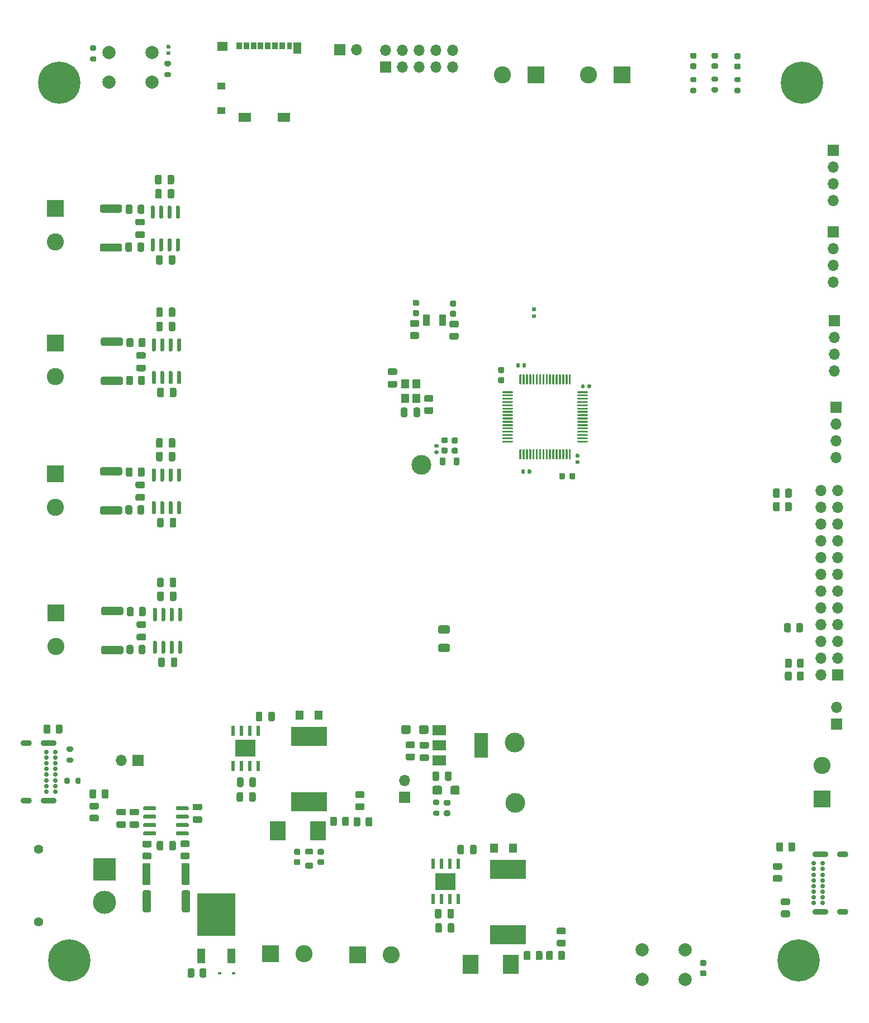
<source format=gts>
%TF.GenerationSoftware,KiCad,Pcbnew,(5.1.10)-1*%
%TF.CreationDate,2021-09-21T14:48:15-05:00*%
%TF.ProjectId,SkidSteer_PCB,536b6964-5374-4656-9572-5f5043422e6b,rev?*%
%TF.SameCoordinates,Original*%
%TF.FileFunction,Soldermask,Top*%
%TF.FilePolarity,Negative*%
%FSLAX46Y46*%
G04 Gerber Fmt 4.6, Leading zero omitted, Abs format (unit mm)*
G04 Created by KiCad (PCBNEW (5.1.10)-1) date 2021-09-21 14:48:15*
%MOMM*%
%LPD*%
G01*
G04 APERTURE LIST*
%ADD10R,0.600000X1.550000*%
%ADD11R,3.100000X2.600000*%
%ADD12R,0.850000X1.100000*%
%ADD13R,0.750000X1.100000*%
%ADD14R,1.170000X1.800000*%
%ADD15R,1.550000X1.350000*%
%ADD16R,1.200000X1.000000*%
%ADD17R,1.900000X1.350000*%
%ADD18R,1.700000X1.700000*%
%ADD19O,1.700000X1.700000*%
%ADD20C,3.000000*%
%ADD21C,3.500000*%
%ADD22R,3.500000X3.500000*%
%ADD23C,1.400000*%
%ADD24R,2.600000X2.600000*%
%ADD25C,2.600000*%
%ADD26R,2.000000X1.500000*%
%ADD27R,2.000000X3.800000*%
%ADD28R,2.400000X2.900000*%
%ADD29R,1.300000X1.400000*%
%ADD30R,0.600000X0.450000*%
%ADD31C,6.400000*%
%ADD32C,0.800000*%
%ADD33O,1.700000X0.900000*%
%ADD34O,2.400000X0.900000*%
%ADD35C,0.700000*%
%ADD36R,5.400000X2.900000*%
%ADD37R,1.200000X2.200000*%
%ADD38R,5.800000X6.400000*%
%ADD39R,1.200000X1.400000*%
%ADD40R,1.000000X1.800000*%
%ADD41C,2.000000*%
G04 APERTURE END LIST*
%TO.C,C33*%
G36*
G01*
X99183000Y-77454000D02*
X98683000Y-77454000D01*
G75*
G02*
X98458000Y-77229000I0J225000D01*
G01*
X98458000Y-76779000D01*
G75*
G02*
X98683000Y-76554000I225000J0D01*
G01*
X99183000Y-76554000D01*
G75*
G02*
X99408000Y-76779000I0J-225000D01*
G01*
X99408000Y-77229000D01*
G75*
G02*
X99183000Y-77454000I-225000J0D01*
G01*
G37*
G36*
G01*
X99183000Y-79004000D02*
X98683000Y-79004000D01*
G75*
G02*
X98458000Y-78779000I0J225000D01*
G01*
X98458000Y-78329000D01*
G75*
G02*
X98683000Y-78104000I225000J0D01*
G01*
X99183000Y-78104000D01*
G75*
G02*
X99408000Y-78329000I0J-225000D01*
G01*
X99408000Y-78779000D01*
G75*
G02*
X99183000Y-79004000I-225000J0D01*
G01*
G37*
%TD*%
D10*
%TO.C,U5*%
X92401900Y-157207900D03*
X91131900Y-157207900D03*
X89861900Y-157207900D03*
X88591900Y-157207900D03*
X88591900Y-151807900D03*
X89861900Y-151807900D03*
X91131900Y-151807900D03*
X92401900Y-151807900D03*
D11*
X90496900Y-154507900D03*
%TD*%
%TO.C,C20*%
G36*
G01*
X93298100Y-149206900D02*
X93298100Y-150156900D01*
G75*
G02*
X93048100Y-150406900I-250000J0D01*
G01*
X92548100Y-150406900D01*
G75*
G02*
X92298100Y-150156900I0J250000D01*
G01*
X92298100Y-149206900D01*
G75*
G02*
X92548100Y-148956900I250000J0D01*
G01*
X93048100Y-148956900D01*
G75*
G02*
X93298100Y-149206900I0J-250000D01*
G01*
G37*
G36*
G01*
X95198100Y-149206900D02*
X95198100Y-150156900D01*
G75*
G02*
X94948100Y-150406900I-250000J0D01*
G01*
X94448100Y-150406900D01*
G75*
G02*
X94198100Y-150156900I0J250000D01*
G01*
X94198100Y-149206900D01*
G75*
G02*
X94448100Y-148956900I250000J0D01*
G01*
X94948100Y-148956900D01*
G75*
G02*
X95198100Y-149206900I0J-250000D01*
G01*
G37*
%TD*%
%TO.C,C19*%
G36*
G01*
X89879300Y-158910000D02*
X89879300Y-159860000D01*
G75*
G02*
X89629300Y-160110000I-250000J0D01*
G01*
X89129300Y-160110000D01*
G75*
G02*
X88879300Y-159860000I0J250000D01*
G01*
X88879300Y-158910000D01*
G75*
G02*
X89129300Y-158660000I250000J0D01*
G01*
X89629300Y-158660000D01*
G75*
G02*
X89879300Y-158910000I0J-250000D01*
G01*
G37*
G36*
G01*
X91779300Y-158910000D02*
X91779300Y-159860000D01*
G75*
G02*
X91529300Y-160110000I-250000J0D01*
G01*
X91029300Y-160110000D01*
G75*
G02*
X90779300Y-159860000I0J250000D01*
G01*
X90779300Y-158910000D01*
G75*
G02*
X91029300Y-158660000I250000J0D01*
G01*
X91529300Y-158660000D01*
G75*
G02*
X91779300Y-158910000I0J-250000D01*
G01*
G37*
%TD*%
D12*
%TO.C,J11*%
X59195000Y-27850000D03*
D13*
X66845000Y-27850000D03*
D12*
X60295000Y-27850000D03*
X61395000Y-27850000D03*
X62495000Y-27850000D03*
X63595000Y-27850000D03*
X64695000Y-27850000D03*
X65795000Y-27850000D03*
D14*
X68055000Y-28200000D03*
D15*
X56735000Y-27975000D03*
D16*
X56560000Y-37700000D03*
X56560000Y-34000000D03*
D17*
X60060000Y-38675000D03*
X66030000Y-38675000D03*
%TD*%
%TO.C,U3*%
G36*
G01*
X99130800Y-80428600D02*
X99130800Y-80278600D01*
G75*
G02*
X99205800Y-80203600I75000J0D01*
G01*
X100605800Y-80203600D01*
G75*
G02*
X100680800Y-80278600I0J-75000D01*
G01*
X100680800Y-80428600D01*
G75*
G02*
X100605800Y-80503600I-75000J0D01*
G01*
X99205800Y-80503600D01*
G75*
G02*
X99130800Y-80428600I0J75000D01*
G01*
G37*
G36*
G01*
X99130800Y-80928600D02*
X99130800Y-80778600D01*
G75*
G02*
X99205800Y-80703600I75000J0D01*
G01*
X100605800Y-80703600D01*
G75*
G02*
X100680800Y-80778600I0J-75000D01*
G01*
X100680800Y-80928600D01*
G75*
G02*
X100605800Y-81003600I-75000J0D01*
G01*
X99205800Y-81003600D01*
G75*
G02*
X99130800Y-80928600I0J75000D01*
G01*
G37*
G36*
G01*
X99130800Y-81428600D02*
X99130800Y-81278600D01*
G75*
G02*
X99205800Y-81203600I75000J0D01*
G01*
X100605800Y-81203600D01*
G75*
G02*
X100680800Y-81278600I0J-75000D01*
G01*
X100680800Y-81428600D01*
G75*
G02*
X100605800Y-81503600I-75000J0D01*
G01*
X99205800Y-81503600D01*
G75*
G02*
X99130800Y-81428600I0J75000D01*
G01*
G37*
G36*
G01*
X99130800Y-81928600D02*
X99130800Y-81778600D01*
G75*
G02*
X99205800Y-81703600I75000J0D01*
G01*
X100605800Y-81703600D01*
G75*
G02*
X100680800Y-81778600I0J-75000D01*
G01*
X100680800Y-81928600D01*
G75*
G02*
X100605800Y-82003600I-75000J0D01*
G01*
X99205800Y-82003600D01*
G75*
G02*
X99130800Y-81928600I0J75000D01*
G01*
G37*
G36*
G01*
X99130800Y-82428600D02*
X99130800Y-82278600D01*
G75*
G02*
X99205800Y-82203600I75000J0D01*
G01*
X100605800Y-82203600D01*
G75*
G02*
X100680800Y-82278600I0J-75000D01*
G01*
X100680800Y-82428600D01*
G75*
G02*
X100605800Y-82503600I-75000J0D01*
G01*
X99205800Y-82503600D01*
G75*
G02*
X99130800Y-82428600I0J75000D01*
G01*
G37*
G36*
G01*
X99130800Y-82928600D02*
X99130800Y-82778600D01*
G75*
G02*
X99205800Y-82703600I75000J0D01*
G01*
X100605800Y-82703600D01*
G75*
G02*
X100680800Y-82778600I0J-75000D01*
G01*
X100680800Y-82928600D01*
G75*
G02*
X100605800Y-83003600I-75000J0D01*
G01*
X99205800Y-83003600D01*
G75*
G02*
X99130800Y-82928600I0J75000D01*
G01*
G37*
G36*
G01*
X99130800Y-83428600D02*
X99130800Y-83278600D01*
G75*
G02*
X99205800Y-83203600I75000J0D01*
G01*
X100605800Y-83203600D01*
G75*
G02*
X100680800Y-83278600I0J-75000D01*
G01*
X100680800Y-83428600D01*
G75*
G02*
X100605800Y-83503600I-75000J0D01*
G01*
X99205800Y-83503600D01*
G75*
G02*
X99130800Y-83428600I0J75000D01*
G01*
G37*
G36*
G01*
X99130800Y-83928600D02*
X99130800Y-83778600D01*
G75*
G02*
X99205800Y-83703600I75000J0D01*
G01*
X100605800Y-83703600D01*
G75*
G02*
X100680800Y-83778600I0J-75000D01*
G01*
X100680800Y-83928600D01*
G75*
G02*
X100605800Y-84003600I-75000J0D01*
G01*
X99205800Y-84003600D01*
G75*
G02*
X99130800Y-83928600I0J75000D01*
G01*
G37*
G36*
G01*
X99130800Y-84428600D02*
X99130800Y-84278600D01*
G75*
G02*
X99205800Y-84203600I75000J0D01*
G01*
X100605800Y-84203600D01*
G75*
G02*
X100680800Y-84278600I0J-75000D01*
G01*
X100680800Y-84428600D01*
G75*
G02*
X100605800Y-84503600I-75000J0D01*
G01*
X99205800Y-84503600D01*
G75*
G02*
X99130800Y-84428600I0J75000D01*
G01*
G37*
G36*
G01*
X99130800Y-84928600D02*
X99130800Y-84778600D01*
G75*
G02*
X99205800Y-84703600I75000J0D01*
G01*
X100605800Y-84703600D01*
G75*
G02*
X100680800Y-84778600I0J-75000D01*
G01*
X100680800Y-84928600D01*
G75*
G02*
X100605800Y-85003600I-75000J0D01*
G01*
X99205800Y-85003600D01*
G75*
G02*
X99130800Y-84928600I0J75000D01*
G01*
G37*
G36*
G01*
X99130800Y-85428600D02*
X99130800Y-85278600D01*
G75*
G02*
X99205800Y-85203600I75000J0D01*
G01*
X100605800Y-85203600D01*
G75*
G02*
X100680800Y-85278600I0J-75000D01*
G01*
X100680800Y-85428600D01*
G75*
G02*
X100605800Y-85503600I-75000J0D01*
G01*
X99205800Y-85503600D01*
G75*
G02*
X99130800Y-85428600I0J75000D01*
G01*
G37*
G36*
G01*
X99130800Y-85928600D02*
X99130800Y-85778600D01*
G75*
G02*
X99205800Y-85703600I75000J0D01*
G01*
X100605800Y-85703600D01*
G75*
G02*
X100680800Y-85778600I0J-75000D01*
G01*
X100680800Y-85928600D01*
G75*
G02*
X100605800Y-86003600I-75000J0D01*
G01*
X99205800Y-86003600D01*
G75*
G02*
X99130800Y-85928600I0J75000D01*
G01*
G37*
G36*
G01*
X99130800Y-86428600D02*
X99130800Y-86278600D01*
G75*
G02*
X99205800Y-86203600I75000J0D01*
G01*
X100605800Y-86203600D01*
G75*
G02*
X100680800Y-86278600I0J-75000D01*
G01*
X100680800Y-86428600D01*
G75*
G02*
X100605800Y-86503600I-75000J0D01*
G01*
X99205800Y-86503600D01*
G75*
G02*
X99130800Y-86428600I0J75000D01*
G01*
G37*
G36*
G01*
X99130800Y-86928600D02*
X99130800Y-86778600D01*
G75*
G02*
X99205800Y-86703600I75000J0D01*
G01*
X100605800Y-86703600D01*
G75*
G02*
X100680800Y-86778600I0J-75000D01*
G01*
X100680800Y-86928600D01*
G75*
G02*
X100605800Y-87003600I-75000J0D01*
G01*
X99205800Y-87003600D01*
G75*
G02*
X99130800Y-86928600I0J75000D01*
G01*
G37*
G36*
G01*
X99130800Y-87428600D02*
X99130800Y-87278600D01*
G75*
G02*
X99205800Y-87203600I75000J0D01*
G01*
X100605800Y-87203600D01*
G75*
G02*
X100680800Y-87278600I0J-75000D01*
G01*
X100680800Y-87428600D01*
G75*
G02*
X100605800Y-87503600I-75000J0D01*
G01*
X99205800Y-87503600D01*
G75*
G02*
X99130800Y-87428600I0J75000D01*
G01*
G37*
G36*
G01*
X99130800Y-87928600D02*
X99130800Y-87778600D01*
G75*
G02*
X99205800Y-87703600I75000J0D01*
G01*
X100605800Y-87703600D01*
G75*
G02*
X100680800Y-87778600I0J-75000D01*
G01*
X100680800Y-87928600D01*
G75*
G02*
X100605800Y-88003600I-75000J0D01*
G01*
X99205800Y-88003600D01*
G75*
G02*
X99130800Y-87928600I0J75000D01*
G01*
G37*
G36*
G01*
X101680800Y-90478600D02*
X101680800Y-89078600D01*
G75*
G02*
X101755800Y-89003600I75000J0D01*
G01*
X101905800Y-89003600D01*
G75*
G02*
X101980800Y-89078600I0J-75000D01*
G01*
X101980800Y-90478600D01*
G75*
G02*
X101905800Y-90553600I-75000J0D01*
G01*
X101755800Y-90553600D01*
G75*
G02*
X101680800Y-90478600I0J75000D01*
G01*
G37*
G36*
G01*
X102180800Y-90478600D02*
X102180800Y-89078600D01*
G75*
G02*
X102255800Y-89003600I75000J0D01*
G01*
X102405800Y-89003600D01*
G75*
G02*
X102480800Y-89078600I0J-75000D01*
G01*
X102480800Y-90478600D01*
G75*
G02*
X102405800Y-90553600I-75000J0D01*
G01*
X102255800Y-90553600D01*
G75*
G02*
X102180800Y-90478600I0J75000D01*
G01*
G37*
G36*
G01*
X102680800Y-90478600D02*
X102680800Y-89078600D01*
G75*
G02*
X102755800Y-89003600I75000J0D01*
G01*
X102905800Y-89003600D01*
G75*
G02*
X102980800Y-89078600I0J-75000D01*
G01*
X102980800Y-90478600D01*
G75*
G02*
X102905800Y-90553600I-75000J0D01*
G01*
X102755800Y-90553600D01*
G75*
G02*
X102680800Y-90478600I0J75000D01*
G01*
G37*
G36*
G01*
X103180800Y-90478600D02*
X103180800Y-89078600D01*
G75*
G02*
X103255800Y-89003600I75000J0D01*
G01*
X103405800Y-89003600D01*
G75*
G02*
X103480800Y-89078600I0J-75000D01*
G01*
X103480800Y-90478600D01*
G75*
G02*
X103405800Y-90553600I-75000J0D01*
G01*
X103255800Y-90553600D01*
G75*
G02*
X103180800Y-90478600I0J75000D01*
G01*
G37*
G36*
G01*
X103680800Y-90478600D02*
X103680800Y-89078600D01*
G75*
G02*
X103755800Y-89003600I75000J0D01*
G01*
X103905800Y-89003600D01*
G75*
G02*
X103980800Y-89078600I0J-75000D01*
G01*
X103980800Y-90478600D01*
G75*
G02*
X103905800Y-90553600I-75000J0D01*
G01*
X103755800Y-90553600D01*
G75*
G02*
X103680800Y-90478600I0J75000D01*
G01*
G37*
G36*
G01*
X104180800Y-90478600D02*
X104180800Y-89078600D01*
G75*
G02*
X104255800Y-89003600I75000J0D01*
G01*
X104405800Y-89003600D01*
G75*
G02*
X104480800Y-89078600I0J-75000D01*
G01*
X104480800Y-90478600D01*
G75*
G02*
X104405800Y-90553600I-75000J0D01*
G01*
X104255800Y-90553600D01*
G75*
G02*
X104180800Y-90478600I0J75000D01*
G01*
G37*
G36*
G01*
X104680800Y-90478600D02*
X104680800Y-89078600D01*
G75*
G02*
X104755800Y-89003600I75000J0D01*
G01*
X104905800Y-89003600D01*
G75*
G02*
X104980800Y-89078600I0J-75000D01*
G01*
X104980800Y-90478600D01*
G75*
G02*
X104905800Y-90553600I-75000J0D01*
G01*
X104755800Y-90553600D01*
G75*
G02*
X104680800Y-90478600I0J75000D01*
G01*
G37*
G36*
G01*
X105180800Y-90478600D02*
X105180800Y-89078600D01*
G75*
G02*
X105255800Y-89003600I75000J0D01*
G01*
X105405800Y-89003600D01*
G75*
G02*
X105480800Y-89078600I0J-75000D01*
G01*
X105480800Y-90478600D01*
G75*
G02*
X105405800Y-90553600I-75000J0D01*
G01*
X105255800Y-90553600D01*
G75*
G02*
X105180800Y-90478600I0J75000D01*
G01*
G37*
G36*
G01*
X105680800Y-90478600D02*
X105680800Y-89078600D01*
G75*
G02*
X105755800Y-89003600I75000J0D01*
G01*
X105905800Y-89003600D01*
G75*
G02*
X105980800Y-89078600I0J-75000D01*
G01*
X105980800Y-90478600D01*
G75*
G02*
X105905800Y-90553600I-75000J0D01*
G01*
X105755800Y-90553600D01*
G75*
G02*
X105680800Y-90478600I0J75000D01*
G01*
G37*
G36*
G01*
X106180800Y-90478600D02*
X106180800Y-89078600D01*
G75*
G02*
X106255800Y-89003600I75000J0D01*
G01*
X106405800Y-89003600D01*
G75*
G02*
X106480800Y-89078600I0J-75000D01*
G01*
X106480800Y-90478600D01*
G75*
G02*
X106405800Y-90553600I-75000J0D01*
G01*
X106255800Y-90553600D01*
G75*
G02*
X106180800Y-90478600I0J75000D01*
G01*
G37*
G36*
G01*
X106680800Y-90478600D02*
X106680800Y-89078600D01*
G75*
G02*
X106755800Y-89003600I75000J0D01*
G01*
X106905800Y-89003600D01*
G75*
G02*
X106980800Y-89078600I0J-75000D01*
G01*
X106980800Y-90478600D01*
G75*
G02*
X106905800Y-90553600I-75000J0D01*
G01*
X106755800Y-90553600D01*
G75*
G02*
X106680800Y-90478600I0J75000D01*
G01*
G37*
G36*
G01*
X107180800Y-90478600D02*
X107180800Y-89078600D01*
G75*
G02*
X107255800Y-89003600I75000J0D01*
G01*
X107405800Y-89003600D01*
G75*
G02*
X107480800Y-89078600I0J-75000D01*
G01*
X107480800Y-90478600D01*
G75*
G02*
X107405800Y-90553600I-75000J0D01*
G01*
X107255800Y-90553600D01*
G75*
G02*
X107180800Y-90478600I0J75000D01*
G01*
G37*
G36*
G01*
X107680800Y-90478600D02*
X107680800Y-89078600D01*
G75*
G02*
X107755800Y-89003600I75000J0D01*
G01*
X107905800Y-89003600D01*
G75*
G02*
X107980800Y-89078600I0J-75000D01*
G01*
X107980800Y-90478600D01*
G75*
G02*
X107905800Y-90553600I-75000J0D01*
G01*
X107755800Y-90553600D01*
G75*
G02*
X107680800Y-90478600I0J75000D01*
G01*
G37*
G36*
G01*
X108180800Y-90478600D02*
X108180800Y-89078600D01*
G75*
G02*
X108255800Y-89003600I75000J0D01*
G01*
X108405800Y-89003600D01*
G75*
G02*
X108480800Y-89078600I0J-75000D01*
G01*
X108480800Y-90478600D01*
G75*
G02*
X108405800Y-90553600I-75000J0D01*
G01*
X108255800Y-90553600D01*
G75*
G02*
X108180800Y-90478600I0J75000D01*
G01*
G37*
G36*
G01*
X108680800Y-90478600D02*
X108680800Y-89078600D01*
G75*
G02*
X108755800Y-89003600I75000J0D01*
G01*
X108905800Y-89003600D01*
G75*
G02*
X108980800Y-89078600I0J-75000D01*
G01*
X108980800Y-90478600D01*
G75*
G02*
X108905800Y-90553600I-75000J0D01*
G01*
X108755800Y-90553600D01*
G75*
G02*
X108680800Y-90478600I0J75000D01*
G01*
G37*
G36*
G01*
X109180800Y-90478600D02*
X109180800Y-89078600D01*
G75*
G02*
X109255800Y-89003600I75000J0D01*
G01*
X109405800Y-89003600D01*
G75*
G02*
X109480800Y-89078600I0J-75000D01*
G01*
X109480800Y-90478600D01*
G75*
G02*
X109405800Y-90553600I-75000J0D01*
G01*
X109255800Y-90553600D01*
G75*
G02*
X109180800Y-90478600I0J75000D01*
G01*
G37*
G36*
G01*
X110480800Y-87928600D02*
X110480800Y-87778600D01*
G75*
G02*
X110555800Y-87703600I75000J0D01*
G01*
X111955800Y-87703600D01*
G75*
G02*
X112030800Y-87778600I0J-75000D01*
G01*
X112030800Y-87928600D01*
G75*
G02*
X111955800Y-88003600I-75000J0D01*
G01*
X110555800Y-88003600D01*
G75*
G02*
X110480800Y-87928600I0J75000D01*
G01*
G37*
G36*
G01*
X110480800Y-87428600D02*
X110480800Y-87278600D01*
G75*
G02*
X110555800Y-87203600I75000J0D01*
G01*
X111955800Y-87203600D01*
G75*
G02*
X112030800Y-87278600I0J-75000D01*
G01*
X112030800Y-87428600D01*
G75*
G02*
X111955800Y-87503600I-75000J0D01*
G01*
X110555800Y-87503600D01*
G75*
G02*
X110480800Y-87428600I0J75000D01*
G01*
G37*
G36*
G01*
X110480800Y-86928600D02*
X110480800Y-86778600D01*
G75*
G02*
X110555800Y-86703600I75000J0D01*
G01*
X111955800Y-86703600D01*
G75*
G02*
X112030800Y-86778600I0J-75000D01*
G01*
X112030800Y-86928600D01*
G75*
G02*
X111955800Y-87003600I-75000J0D01*
G01*
X110555800Y-87003600D01*
G75*
G02*
X110480800Y-86928600I0J75000D01*
G01*
G37*
G36*
G01*
X110480800Y-86428600D02*
X110480800Y-86278600D01*
G75*
G02*
X110555800Y-86203600I75000J0D01*
G01*
X111955800Y-86203600D01*
G75*
G02*
X112030800Y-86278600I0J-75000D01*
G01*
X112030800Y-86428600D01*
G75*
G02*
X111955800Y-86503600I-75000J0D01*
G01*
X110555800Y-86503600D01*
G75*
G02*
X110480800Y-86428600I0J75000D01*
G01*
G37*
G36*
G01*
X110480800Y-85928600D02*
X110480800Y-85778600D01*
G75*
G02*
X110555800Y-85703600I75000J0D01*
G01*
X111955800Y-85703600D01*
G75*
G02*
X112030800Y-85778600I0J-75000D01*
G01*
X112030800Y-85928600D01*
G75*
G02*
X111955800Y-86003600I-75000J0D01*
G01*
X110555800Y-86003600D01*
G75*
G02*
X110480800Y-85928600I0J75000D01*
G01*
G37*
G36*
G01*
X110480800Y-85428600D02*
X110480800Y-85278600D01*
G75*
G02*
X110555800Y-85203600I75000J0D01*
G01*
X111955800Y-85203600D01*
G75*
G02*
X112030800Y-85278600I0J-75000D01*
G01*
X112030800Y-85428600D01*
G75*
G02*
X111955800Y-85503600I-75000J0D01*
G01*
X110555800Y-85503600D01*
G75*
G02*
X110480800Y-85428600I0J75000D01*
G01*
G37*
G36*
G01*
X110480800Y-84928600D02*
X110480800Y-84778600D01*
G75*
G02*
X110555800Y-84703600I75000J0D01*
G01*
X111955800Y-84703600D01*
G75*
G02*
X112030800Y-84778600I0J-75000D01*
G01*
X112030800Y-84928600D01*
G75*
G02*
X111955800Y-85003600I-75000J0D01*
G01*
X110555800Y-85003600D01*
G75*
G02*
X110480800Y-84928600I0J75000D01*
G01*
G37*
G36*
G01*
X110480800Y-84428600D02*
X110480800Y-84278600D01*
G75*
G02*
X110555800Y-84203600I75000J0D01*
G01*
X111955800Y-84203600D01*
G75*
G02*
X112030800Y-84278600I0J-75000D01*
G01*
X112030800Y-84428600D01*
G75*
G02*
X111955800Y-84503600I-75000J0D01*
G01*
X110555800Y-84503600D01*
G75*
G02*
X110480800Y-84428600I0J75000D01*
G01*
G37*
G36*
G01*
X110480800Y-83928600D02*
X110480800Y-83778600D01*
G75*
G02*
X110555800Y-83703600I75000J0D01*
G01*
X111955800Y-83703600D01*
G75*
G02*
X112030800Y-83778600I0J-75000D01*
G01*
X112030800Y-83928600D01*
G75*
G02*
X111955800Y-84003600I-75000J0D01*
G01*
X110555800Y-84003600D01*
G75*
G02*
X110480800Y-83928600I0J75000D01*
G01*
G37*
G36*
G01*
X110480800Y-83428600D02*
X110480800Y-83278600D01*
G75*
G02*
X110555800Y-83203600I75000J0D01*
G01*
X111955800Y-83203600D01*
G75*
G02*
X112030800Y-83278600I0J-75000D01*
G01*
X112030800Y-83428600D01*
G75*
G02*
X111955800Y-83503600I-75000J0D01*
G01*
X110555800Y-83503600D01*
G75*
G02*
X110480800Y-83428600I0J75000D01*
G01*
G37*
G36*
G01*
X110480800Y-82928600D02*
X110480800Y-82778600D01*
G75*
G02*
X110555800Y-82703600I75000J0D01*
G01*
X111955800Y-82703600D01*
G75*
G02*
X112030800Y-82778600I0J-75000D01*
G01*
X112030800Y-82928600D01*
G75*
G02*
X111955800Y-83003600I-75000J0D01*
G01*
X110555800Y-83003600D01*
G75*
G02*
X110480800Y-82928600I0J75000D01*
G01*
G37*
G36*
G01*
X110480800Y-82428600D02*
X110480800Y-82278600D01*
G75*
G02*
X110555800Y-82203600I75000J0D01*
G01*
X111955800Y-82203600D01*
G75*
G02*
X112030800Y-82278600I0J-75000D01*
G01*
X112030800Y-82428600D01*
G75*
G02*
X111955800Y-82503600I-75000J0D01*
G01*
X110555800Y-82503600D01*
G75*
G02*
X110480800Y-82428600I0J75000D01*
G01*
G37*
G36*
G01*
X110480800Y-81928600D02*
X110480800Y-81778600D01*
G75*
G02*
X110555800Y-81703600I75000J0D01*
G01*
X111955800Y-81703600D01*
G75*
G02*
X112030800Y-81778600I0J-75000D01*
G01*
X112030800Y-81928600D01*
G75*
G02*
X111955800Y-82003600I-75000J0D01*
G01*
X110555800Y-82003600D01*
G75*
G02*
X110480800Y-81928600I0J75000D01*
G01*
G37*
G36*
G01*
X110480800Y-81428600D02*
X110480800Y-81278600D01*
G75*
G02*
X110555800Y-81203600I75000J0D01*
G01*
X111955800Y-81203600D01*
G75*
G02*
X112030800Y-81278600I0J-75000D01*
G01*
X112030800Y-81428600D01*
G75*
G02*
X111955800Y-81503600I-75000J0D01*
G01*
X110555800Y-81503600D01*
G75*
G02*
X110480800Y-81428600I0J75000D01*
G01*
G37*
G36*
G01*
X110480800Y-80928600D02*
X110480800Y-80778600D01*
G75*
G02*
X110555800Y-80703600I75000J0D01*
G01*
X111955800Y-80703600D01*
G75*
G02*
X112030800Y-80778600I0J-75000D01*
G01*
X112030800Y-80928600D01*
G75*
G02*
X111955800Y-81003600I-75000J0D01*
G01*
X110555800Y-81003600D01*
G75*
G02*
X110480800Y-80928600I0J75000D01*
G01*
G37*
G36*
G01*
X110480800Y-80428600D02*
X110480800Y-80278600D01*
G75*
G02*
X110555800Y-80203600I75000J0D01*
G01*
X111955800Y-80203600D01*
G75*
G02*
X112030800Y-80278600I0J-75000D01*
G01*
X112030800Y-80428600D01*
G75*
G02*
X111955800Y-80503600I-75000J0D01*
G01*
X110555800Y-80503600D01*
G75*
G02*
X110480800Y-80428600I0J75000D01*
G01*
G37*
G36*
G01*
X109180800Y-79128600D02*
X109180800Y-77728600D01*
G75*
G02*
X109255800Y-77653600I75000J0D01*
G01*
X109405800Y-77653600D01*
G75*
G02*
X109480800Y-77728600I0J-75000D01*
G01*
X109480800Y-79128600D01*
G75*
G02*
X109405800Y-79203600I-75000J0D01*
G01*
X109255800Y-79203600D01*
G75*
G02*
X109180800Y-79128600I0J75000D01*
G01*
G37*
G36*
G01*
X108680800Y-79128600D02*
X108680800Y-77728600D01*
G75*
G02*
X108755800Y-77653600I75000J0D01*
G01*
X108905800Y-77653600D01*
G75*
G02*
X108980800Y-77728600I0J-75000D01*
G01*
X108980800Y-79128600D01*
G75*
G02*
X108905800Y-79203600I-75000J0D01*
G01*
X108755800Y-79203600D01*
G75*
G02*
X108680800Y-79128600I0J75000D01*
G01*
G37*
G36*
G01*
X108180800Y-79128600D02*
X108180800Y-77728600D01*
G75*
G02*
X108255800Y-77653600I75000J0D01*
G01*
X108405800Y-77653600D01*
G75*
G02*
X108480800Y-77728600I0J-75000D01*
G01*
X108480800Y-79128600D01*
G75*
G02*
X108405800Y-79203600I-75000J0D01*
G01*
X108255800Y-79203600D01*
G75*
G02*
X108180800Y-79128600I0J75000D01*
G01*
G37*
G36*
G01*
X107680800Y-79128600D02*
X107680800Y-77728600D01*
G75*
G02*
X107755800Y-77653600I75000J0D01*
G01*
X107905800Y-77653600D01*
G75*
G02*
X107980800Y-77728600I0J-75000D01*
G01*
X107980800Y-79128600D01*
G75*
G02*
X107905800Y-79203600I-75000J0D01*
G01*
X107755800Y-79203600D01*
G75*
G02*
X107680800Y-79128600I0J75000D01*
G01*
G37*
G36*
G01*
X107180800Y-79128600D02*
X107180800Y-77728600D01*
G75*
G02*
X107255800Y-77653600I75000J0D01*
G01*
X107405800Y-77653600D01*
G75*
G02*
X107480800Y-77728600I0J-75000D01*
G01*
X107480800Y-79128600D01*
G75*
G02*
X107405800Y-79203600I-75000J0D01*
G01*
X107255800Y-79203600D01*
G75*
G02*
X107180800Y-79128600I0J75000D01*
G01*
G37*
G36*
G01*
X106680800Y-79128600D02*
X106680800Y-77728600D01*
G75*
G02*
X106755800Y-77653600I75000J0D01*
G01*
X106905800Y-77653600D01*
G75*
G02*
X106980800Y-77728600I0J-75000D01*
G01*
X106980800Y-79128600D01*
G75*
G02*
X106905800Y-79203600I-75000J0D01*
G01*
X106755800Y-79203600D01*
G75*
G02*
X106680800Y-79128600I0J75000D01*
G01*
G37*
G36*
G01*
X106180800Y-79128600D02*
X106180800Y-77728600D01*
G75*
G02*
X106255800Y-77653600I75000J0D01*
G01*
X106405800Y-77653600D01*
G75*
G02*
X106480800Y-77728600I0J-75000D01*
G01*
X106480800Y-79128600D01*
G75*
G02*
X106405800Y-79203600I-75000J0D01*
G01*
X106255800Y-79203600D01*
G75*
G02*
X106180800Y-79128600I0J75000D01*
G01*
G37*
G36*
G01*
X105680800Y-79128600D02*
X105680800Y-77728600D01*
G75*
G02*
X105755800Y-77653600I75000J0D01*
G01*
X105905800Y-77653600D01*
G75*
G02*
X105980800Y-77728600I0J-75000D01*
G01*
X105980800Y-79128600D01*
G75*
G02*
X105905800Y-79203600I-75000J0D01*
G01*
X105755800Y-79203600D01*
G75*
G02*
X105680800Y-79128600I0J75000D01*
G01*
G37*
G36*
G01*
X105180800Y-79128600D02*
X105180800Y-77728600D01*
G75*
G02*
X105255800Y-77653600I75000J0D01*
G01*
X105405800Y-77653600D01*
G75*
G02*
X105480800Y-77728600I0J-75000D01*
G01*
X105480800Y-79128600D01*
G75*
G02*
X105405800Y-79203600I-75000J0D01*
G01*
X105255800Y-79203600D01*
G75*
G02*
X105180800Y-79128600I0J75000D01*
G01*
G37*
G36*
G01*
X104680800Y-79128600D02*
X104680800Y-77728600D01*
G75*
G02*
X104755800Y-77653600I75000J0D01*
G01*
X104905800Y-77653600D01*
G75*
G02*
X104980800Y-77728600I0J-75000D01*
G01*
X104980800Y-79128600D01*
G75*
G02*
X104905800Y-79203600I-75000J0D01*
G01*
X104755800Y-79203600D01*
G75*
G02*
X104680800Y-79128600I0J75000D01*
G01*
G37*
G36*
G01*
X104180800Y-79128600D02*
X104180800Y-77728600D01*
G75*
G02*
X104255800Y-77653600I75000J0D01*
G01*
X104405800Y-77653600D01*
G75*
G02*
X104480800Y-77728600I0J-75000D01*
G01*
X104480800Y-79128600D01*
G75*
G02*
X104405800Y-79203600I-75000J0D01*
G01*
X104255800Y-79203600D01*
G75*
G02*
X104180800Y-79128600I0J75000D01*
G01*
G37*
G36*
G01*
X103680800Y-79128600D02*
X103680800Y-77728600D01*
G75*
G02*
X103755800Y-77653600I75000J0D01*
G01*
X103905800Y-77653600D01*
G75*
G02*
X103980800Y-77728600I0J-75000D01*
G01*
X103980800Y-79128600D01*
G75*
G02*
X103905800Y-79203600I-75000J0D01*
G01*
X103755800Y-79203600D01*
G75*
G02*
X103680800Y-79128600I0J75000D01*
G01*
G37*
G36*
G01*
X103180800Y-79128600D02*
X103180800Y-77728600D01*
G75*
G02*
X103255800Y-77653600I75000J0D01*
G01*
X103405800Y-77653600D01*
G75*
G02*
X103480800Y-77728600I0J-75000D01*
G01*
X103480800Y-79128600D01*
G75*
G02*
X103405800Y-79203600I-75000J0D01*
G01*
X103255800Y-79203600D01*
G75*
G02*
X103180800Y-79128600I0J75000D01*
G01*
G37*
G36*
G01*
X102680800Y-79128600D02*
X102680800Y-77728600D01*
G75*
G02*
X102755800Y-77653600I75000J0D01*
G01*
X102905800Y-77653600D01*
G75*
G02*
X102980800Y-77728600I0J-75000D01*
G01*
X102980800Y-79128600D01*
G75*
G02*
X102905800Y-79203600I-75000J0D01*
G01*
X102755800Y-79203600D01*
G75*
G02*
X102680800Y-79128600I0J75000D01*
G01*
G37*
G36*
G01*
X102180800Y-79128600D02*
X102180800Y-77728600D01*
G75*
G02*
X102255800Y-77653600I75000J0D01*
G01*
X102405800Y-77653600D01*
G75*
G02*
X102480800Y-77728600I0J-75000D01*
G01*
X102480800Y-79128600D01*
G75*
G02*
X102405800Y-79203600I-75000J0D01*
G01*
X102255800Y-79203600D01*
G75*
G02*
X102180800Y-79128600I0J75000D01*
G01*
G37*
G36*
G01*
X101680800Y-79128600D02*
X101680800Y-77728600D01*
G75*
G02*
X101755800Y-77653600I75000J0D01*
G01*
X101905800Y-77653600D01*
G75*
G02*
X101980800Y-77728600I0J-75000D01*
G01*
X101980800Y-79128600D01*
G75*
G02*
X101905800Y-79203600I-75000J0D01*
G01*
X101755800Y-79203600D01*
G75*
G02*
X101680800Y-79128600I0J75000D01*
G01*
G37*
%TD*%
D18*
%TO.C,J4*%
X149905720Y-123210320D03*
D19*
X147365720Y-123210320D03*
X149905720Y-120670320D03*
X147365720Y-120670320D03*
X149905720Y-118130320D03*
X147365720Y-118130320D03*
X149905720Y-115590320D03*
X147365720Y-115590320D03*
X149905720Y-113050320D03*
X147365720Y-113050320D03*
X149905720Y-110510320D03*
X147365720Y-110510320D03*
X149905720Y-107970320D03*
X147365720Y-107970320D03*
X149905720Y-105430320D03*
X147365720Y-105430320D03*
X149905720Y-102890320D03*
X147365720Y-102890320D03*
X149905720Y-100350320D03*
X147365720Y-100350320D03*
X149905720Y-97810320D03*
X147365720Y-97810320D03*
X149905720Y-95270320D03*
X147365720Y-95270320D03*
%TD*%
D18*
%TO.C,J16*%
X149651720Y-82633820D03*
D19*
X149651720Y-85173820D03*
X149651720Y-87713820D03*
X149651720Y-90253820D03*
%TD*%
%TO.C,J15*%
X149397720Y-77172820D03*
X149397720Y-74632820D03*
X149397720Y-72092820D03*
D18*
X149397720Y-69552820D03*
%TD*%
D19*
%TO.C,J14*%
X149270720Y-63710820D03*
X149270720Y-61170820D03*
X149270720Y-58630820D03*
D18*
X149270720Y-56090820D03*
%TD*%
D20*
%TO.C,TP5*%
X86844000Y-91382000D03*
%TD*%
D18*
%TO.C,J12*%
X81400000Y-31100000D03*
D19*
X81400000Y-28560000D03*
X83940000Y-31100000D03*
X83940000Y-28560000D03*
X86480000Y-31100000D03*
X86480000Y-28560000D03*
X89020000Y-31100000D03*
X89020000Y-28560000D03*
X91560000Y-31100000D03*
X91560000Y-28560000D03*
%TD*%
%TO.C,C38*%
G36*
G01*
X109258600Y-93345200D02*
X109258600Y-92845200D01*
G75*
G02*
X109483600Y-92620200I225000J0D01*
G01*
X109933600Y-92620200D01*
G75*
G02*
X110158600Y-92845200I0J-225000D01*
G01*
X110158600Y-93345200D01*
G75*
G02*
X109933600Y-93570200I-225000J0D01*
G01*
X109483600Y-93570200D01*
G75*
G02*
X109258600Y-93345200I0J225000D01*
G01*
G37*
G36*
G01*
X107708600Y-93345200D02*
X107708600Y-92845200D01*
G75*
G02*
X107933600Y-92620200I225000J0D01*
G01*
X108383600Y-92620200D01*
G75*
G02*
X108608600Y-92845200I0J-225000D01*
G01*
X108608600Y-93345200D01*
G75*
G02*
X108383600Y-93570200I-225000J0D01*
G01*
X107933600Y-93570200D01*
G75*
G02*
X107708600Y-93345200I0J225000D01*
G01*
G37*
%TD*%
%TO.C,C24*%
G36*
G01*
X92148600Y-88136000D02*
X91648600Y-88136000D01*
G75*
G02*
X91423600Y-87911000I0J225000D01*
G01*
X91423600Y-87461000D01*
G75*
G02*
X91648600Y-87236000I225000J0D01*
G01*
X92148600Y-87236000D01*
G75*
G02*
X92373600Y-87461000I0J-225000D01*
G01*
X92373600Y-87911000D01*
G75*
G02*
X92148600Y-88136000I-225000J0D01*
G01*
G37*
G36*
G01*
X92148600Y-89686000D02*
X91648600Y-89686000D01*
G75*
G02*
X91423600Y-89461000I0J225000D01*
G01*
X91423600Y-89011000D01*
G75*
G02*
X91648600Y-88786000I225000J0D01*
G01*
X92148600Y-88786000D01*
G75*
G02*
X92373600Y-89011000I0J-225000D01*
G01*
X92373600Y-89461000D01*
G75*
G02*
X92148600Y-89686000I-225000J0D01*
G01*
G37*
%TD*%
D20*
%TO.C,TP4*%
X101000000Y-133500000D03*
%TD*%
%TO.C,TP2*%
X101100000Y-142600000D03*
%TD*%
D21*
%TO.C,J1*%
X38862000Y-157654000D03*
D22*
X38862000Y-152654000D03*
D23*
X28862000Y-160654000D03*
X28862000Y-149654000D03*
%TD*%
%TO.C,C26*%
G36*
G01*
X89945300Y-161069000D02*
X89945300Y-162019000D01*
G75*
G02*
X89695300Y-162269000I-250000J0D01*
G01*
X89195300Y-162269000D01*
G75*
G02*
X88945300Y-162019000I0J250000D01*
G01*
X88945300Y-161069000D01*
G75*
G02*
X89195300Y-160819000I250000J0D01*
G01*
X89695300Y-160819000D01*
G75*
G02*
X89945300Y-161069000I0J-250000D01*
G01*
G37*
G36*
G01*
X91845300Y-161069000D02*
X91845300Y-162019000D01*
G75*
G02*
X91595300Y-162269000I-250000J0D01*
G01*
X91095300Y-162269000D01*
G75*
G02*
X90845300Y-162019000I0J250000D01*
G01*
X90845300Y-161069000D01*
G75*
G02*
X91095300Y-160819000I250000J0D01*
G01*
X91595300Y-160819000D01*
G75*
G02*
X91845300Y-161069000I0J-250000D01*
G01*
G37*
%TD*%
D19*
%TO.C,J3*%
X77040000Y-28500000D03*
D18*
X74500000Y-28500000D03*
%TD*%
D19*
%TO.C,J21*%
X149743160Y-128127760D03*
D18*
X149743160Y-130667760D03*
%TD*%
%TO.C,D2*%
G36*
G01*
X127794730Y-30526820D02*
X128307230Y-30526820D01*
G75*
G02*
X128525980Y-30745570I0J-218750D01*
G01*
X128525980Y-31183070D01*
G75*
G02*
X128307230Y-31401820I-218750J0D01*
G01*
X127794730Y-31401820D01*
G75*
G02*
X127575980Y-31183070I0J218750D01*
G01*
X127575980Y-30745570D01*
G75*
G02*
X127794730Y-30526820I218750J0D01*
G01*
G37*
G36*
G01*
X127794730Y-28951820D02*
X128307230Y-28951820D01*
G75*
G02*
X128525980Y-29170570I0J-218750D01*
G01*
X128525980Y-29608070D01*
G75*
G02*
X128307230Y-29826820I-218750J0D01*
G01*
X127794730Y-29826820D01*
G75*
G02*
X127575980Y-29608070I0J218750D01*
G01*
X127575980Y-29170570D01*
G75*
G02*
X127794730Y-28951820I218750J0D01*
G01*
G37*
%TD*%
%TO.C,D1*%
G36*
G01*
X90477850Y-143732100D02*
X90990350Y-143732100D01*
G75*
G02*
X91209100Y-143950850I0J-218750D01*
G01*
X91209100Y-144388350D01*
G75*
G02*
X90990350Y-144607100I-218750J0D01*
G01*
X90477850Y-144607100D01*
G75*
G02*
X90259100Y-144388350I0J218750D01*
G01*
X90259100Y-143950850D01*
G75*
G02*
X90477850Y-143732100I218750J0D01*
G01*
G37*
G36*
G01*
X90477850Y-142157100D02*
X90990350Y-142157100D01*
G75*
G02*
X91209100Y-142375850I0J-218750D01*
G01*
X91209100Y-142813350D01*
G75*
G02*
X90990350Y-143032100I-218750J0D01*
G01*
X90477850Y-143032100D01*
G75*
G02*
X90259100Y-142813350I0J218750D01*
G01*
X90259100Y-142375850D01*
G75*
G02*
X90477850Y-142157100I218750J0D01*
G01*
G37*
%TD*%
%TO.C,R6*%
G36*
G01*
X50554500Y-158946900D02*
X50554500Y-156096900D01*
G75*
G02*
X50804500Y-155846900I250000J0D01*
G01*
X51529500Y-155846900D01*
G75*
G02*
X51779500Y-156096900I0J-250000D01*
G01*
X51779500Y-158946900D01*
G75*
G02*
X51529500Y-159196900I-250000J0D01*
G01*
X50804500Y-159196900D01*
G75*
G02*
X50554500Y-158946900I0J250000D01*
G01*
G37*
G36*
G01*
X44629500Y-158946900D02*
X44629500Y-156096900D01*
G75*
G02*
X44879500Y-155846900I250000J0D01*
G01*
X45604500Y-155846900D01*
G75*
G02*
X45854500Y-156096900I0J-250000D01*
G01*
X45854500Y-158946900D01*
G75*
G02*
X45604500Y-159196900I-250000J0D01*
G01*
X44879500Y-159196900D01*
G75*
G02*
X44629500Y-158946900I0J250000D01*
G01*
G37*
%TD*%
%TO.C,C1*%
G36*
G01*
X43743480Y-54088680D02*
X44693480Y-54088680D01*
G75*
G02*
X44943480Y-54338680I0J-250000D01*
G01*
X44943480Y-54838680D01*
G75*
G02*
X44693480Y-55088680I-250000J0D01*
G01*
X43743480Y-55088680D01*
G75*
G02*
X43493480Y-54838680I0J250000D01*
G01*
X43493480Y-54338680D01*
G75*
G02*
X43743480Y-54088680I250000J0D01*
G01*
G37*
G36*
G01*
X43743480Y-55988680D02*
X44693480Y-55988680D01*
G75*
G02*
X44943480Y-56238680I0J-250000D01*
G01*
X44943480Y-56738680D01*
G75*
G02*
X44693480Y-56988680I-250000J0D01*
G01*
X43743480Y-56988680D01*
G75*
G02*
X43493480Y-56738680I0J250000D01*
G01*
X43493480Y-56238680D01*
G75*
G02*
X43743480Y-55988680I250000J0D01*
G01*
G37*
%TD*%
%TO.C,C2*%
G36*
G01*
X47654680Y-59838880D02*
X47654680Y-60788880D01*
G75*
G02*
X47404680Y-61038880I-250000J0D01*
G01*
X46904680Y-61038880D01*
G75*
G02*
X46654680Y-60788880I0J250000D01*
G01*
X46654680Y-59838880D01*
G75*
G02*
X46904680Y-59588880I250000J0D01*
G01*
X47404680Y-59588880D01*
G75*
G02*
X47654680Y-59838880I0J-250000D01*
G01*
G37*
G36*
G01*
X49554680Y-59838880D02*
X49554680Y-60788880D01*
G75*
G02*
X49304680Y-61038880I-250000J0D01*
G01*
X48804680Y-61038880D01*
G75*
G02*
X48554680Y-60788880I0J250000D01*
G01*
X48554680Y-59838880D01*
G75*
G02*
X48804680Y-59588880I250000J0D01*
G01*
X49304680Y-59588880D01*
G75*
G02*
X49554680Y-59838880I0J-250000D01*
G01*
G37*
%TD*%
%TO.C,C3*%
G36*
G01*
X47477000Y-47679000D02*
X47477000Y-48629000D01*
G75*
G02*
X47227000Y-48879000I-250000J0D01*
G01*
X46727000Y-48879000D01*
G75*
G02*
X46477000Y-48629000I0J250000D01*
G01*
X46477000Y-47679000D01*
G75*
G02*
X46727000Y-47429000I250000J0D01*
G01*
X47227000Y-47429000D01*
G75*
G02*
X47477000Y-47679000I0J-250000D01*
G01*
G37*
G36*
G01*
X49377000Y-47679000D02*
X49377000Y-48629000D01*
G75*
G02*
X49127000Y-48879000I-250000J0D01*
G01*
X48627000Y-48879000D01*
G75*
G02*
X48377000Y-48629000I0J250000D01*
G01*
X48377000Y-47679000D01*
G75*
G02*
X48627000Y-47429000I250000J0D01*
G01*
X49127000Y-47429000D01*
G75*
G02*
X49377000Y-47679000I0J-250000D01*
G01*
G37*
%TD*%
%TO.C,C4*%
G36*
G01*
X47502280Y-49831280D02*
X47502280Y-50781280D01*
G75*
G02*
X47252280Y-51031280I-250000J0D01*
G01*
X46752280Y-51031280D01*
G75*
G02*
X46502280Y-50781280I0J250000D01*
G01*
X46502280Y-49831280D01*
G75*
G02*
X46752280Y-49581280I250000J0D01*
G01*
X47252280Y-49581280D01*
G75*
G02*
X47502280Y-49831280I0J-250000D01*
G01*
G37*
G36*
G01*
X49402280Y-49831280D02*
X49402280Y-50781280D01*
G75*
G02*
X49152280Y-51031280I-250000J0D01*
G01*
X48652280Y-51031280D01*
G75*
G02*
X48402280Y-50781280I0J250000D01*
G01*
X48402280Y-49831280D01*
G75*
G02*
X48652280Y-49581280I250000J0D01*
G01*
X49152280Y-49581280D01*
G75*
G02*
X49402280Y-49831280I0J-250000D01*
G01*
G37*
%TD*%
%TO.C,C6*%
G36*
G01*
X59894800Y-139000000D02*
X59894800Y-139950000D01*
G75*
G02*
X59644800Y-140200000I-250000J0D01*
G01*
X59144800Y-140200000D01*
G75*
G02*
X58894800Y-139950000I0J250000D01*
G01*
X58894800Y-139000000D01*
G75*
G02*
X59144800Y-138750000I250000J0D01*
G01*
X59644800Y-138750000D01*
G75*
G02*
X59894800Y-139000000I0J-250000D01*
G01*
G37*
G36*
G01*
X61794800Y-139000000D02*
X61794800Y-139950000D01*
G75*
G02*
X61544800Y-140200000I-250000J0D01*
G01*
X61044800Y-140200000D01*
G75*
G02*
X60794800Y-139950000I0J250000D01*
G01*
X60794800Y-139000000D01*
G75*
G02*
X61044800Y-138750000I250000J0D01*
G01*
X61544800Y-138750000D01*
G75*
G02*
X61794800Y-139000000I0J-250000D01*
G01*
G37*
%TD*%
%TO.C,C8*%
G36*
G01*
X64639600Y-129043200D02*
X64639600Y-129993200D01*
G75*
G02*
X64389600Y-130243200I-250000J0D01*
G01*
X63889600Y-130243200D01*
G75*
G02*
X63639600Y-129993200I0J250000D01*
G01*
X63639600Y-129043200D01*
G75*
G02*
X63889600Y-128793200I250000J0D01*
G01*
X64389600Y-128793200D01*
G75*
G02*
X64639600Y-129043200I0J-250000D01*
G01*
G37*
G36*
G01*
X62739600Y-129043200D02*
X62739600Y-129993200D01*
G75*
G02*
X62489600Y-130243200I-250000J0D01*
G01*
X61989600Y-130243200D01*
G75*
G02*
X61739600Y-129993200I0J250000D01*
G01*
X61739600Y-129043200D01*
G75*
G02*
X61989600Y-128793200I250000J0D01*
G01*
X62489600Y-128793200D01*
G75*
G02*
X62739600Y-129043200I0J-250000D01*
G01*
G37*
%TD*%
%TO.C,C9*%
G36*
G01*
X82925000Y-77760800D02*
X81975000Y-77760800D01*
G75*
G02*
X81725000Y-77510800I0J250000D01*
G01*
X81725000Y-77010800D01*
G75*
G02*
X81975000Y-76760800I250000J0D01*
G01*
X82925000Y-76760800D01*
G75*
G02*
X83175000Y-77010800I0J-250000D01*
G01*
X83175000Y-77510800D01*
G75*
G02*
X82925000Y-77760800I-250000J0D01*
G01*
G37*
G36*
G01*
X82925000Y-79660800D02*
X81975000Y-79660800D01*
G75*
G02*
X81725000Y-79410800I0J250000D01*
G01*
X81725000Y-78910800D01*
G75*
G02*
X81975000Y-78660800I250000J0D01*
G01*
X82925000Y-78660800D01*
G75*
G02*
X83175000Y-78910800I0J-250000D01*
G01*
X83175000Y-79410800D01*
G75*
G02*
X82925000Y-79660800I-250000J0D01*
G01*
G37*
%TD*%
%TO.C,C13*%
G36*
G01*
X84734600Y-82942800D02*
X84734600Y-83892800D01*
G75*
G02*
X84484600Y-84142800I-250000J0D01*
G01*
X83984600Y-84142800D01*
G75*
G02*
X83734600Y-83892800I0J250000D01*
G01*
X83734600Y-82942800D01*
G75*
G02*
X83984600Y-82692800I250000J0D01*
G01*
X84484600Y-82692800D01*
G75*
G02*
X84734600Y-82942800I0J-250000D01*
G01*
G37*
G36*
G01*
X86634600Y-82942800D02*
X86634600Y-83892800D01*
G75*
G02*
X86384600Y-84142800I-250000J0D01*
G01*
X85884600Y-84142800D01*
G75*
G02*
X85634600Y-83892800I0J250000D01*
G01*
X85634600Y-82942800D01*
G75*
G02*
X85884600Y-82692800I250000J0D01*
G01*
X86384600Y-82692800D01*
G75*
G02*
X86634600Y-82942800I0J-250000D01*
G01*
G37*
%TD*%
%TO.C,C16*%
G36*
G01*
X88522100Y-139031100D02*
X88522100Y-138081100D01*
G75*
G02*
X88772100Y-137831100I250000J0D01*
G01*
X89272100Y-137831100D01*
G75*
G02*
X89522100Y-138081100I0J-250000D01*
G01*
X89522100Y-139031100D01*
G75*
G02*
X89272100Y-139281100I-250000J0D01*
G01*
X88772100Y-139281100D01*
G75*
G02*
X88522100Y-139031100I0J250000D01*
G01*
G37*
G36*
G01*
X90422100Y-139031100D02*
X90422100Y-138081100D01*
G75*
G02*
X90672100Y-137831100I250000J0D01*
G01*
X91172100Y-137831100D01*
G75*
G02*
X91422100Y-138081100I0J-250000D01*
G01*
X91422100Y-139031100D01*
G75*
G02*
X91172100Y-139281100I-250000J0D01*
G01*
X90672100Y-139281100D01*
G75*
G02*
X90422100Y-139031100I0J250000D01*
G01*
G37*
%TD*%
%TO.C,C44*%
G36*
G01*
X46739260Y-149564100D02*
X46739260Y-148614100D01*
G75*
G02*
X46989260Y-148364100I250000J0D01*
G01*
X47489260Y-148364100D01*
G75*
G02*
X47739260Y-148614100I0J-250000D01*
G01*
X47739260Y-149564100D01*
G75*
G02*
X47489260Y-149814100I-250000J0D01*
G01*
X46989260Y-149814100D01*
G75*
G02*
X46739260Y-149564100I0J250000D01*
G01*
G37*
G36*
G01*
X48639260Y-149564100D02*
X48639260Y-148614100D01*
G75*
G02*
X48889260Y-148364100I250000J0D01*
G01*
X49389260Y-148364100D01*
G75*
G02*
X49639260Y-148614100I0J-250000D01*
G01*
X49639260Y-149564100D01*
G75*
G02*
X49389260Y-149814100I-250000J0D01*
G01*
X48889260Y-149814100D01*
G75*
G02*
X48639260Y-149564100I0J250000D01*
G01*
G37*
%TD*%
%TO.C,C45*%
G36*
G01*
X53378500Y-145636900D02*
X52428500Y-145636900D01*
G75*
G02*
X52178500Y-145386900I0J250000D01*
G01*
X52178500Y-144886900D01*
G75*
G02*
X52428500Y-144636900I250000J0D01*
G01*
X53378500Y-144636900D01*
G75*
G02*
X53628500Y-144886900I0J-250000D01*
G01*
X53628500Y-145386900D01*
G75*
G02*
X53378500Y-145636900I-250000J0D01*
G01*
G37*
G36*
G01*
X53378500Y-143736900D02*
X52428500Y-143736900D01*
G75*
G02*
X52178500Y-143486900I0J250000D01*
G01*
X52178500Y-142986900D01*
G75*
G02*
X52428500Y-142736900I250000J0D01*
G01*
X53378500Y-142736900D01*
G75*
G02*
X53628500Y-142986900I0J-250000D01*
G01*
X53628500Y-143486900D01*
G75*
G02*
X53378500Y-143736900I-250000J0D01*
G01*
G37*
%TD*%
%TO.C,C46*%
G36*
G01*
X40881660Y-145398900D02*
X41831660Y-145398900D01*
G75*
G02*
X42081660Y-145648900I0J-250000D01*
G01*
X42081660Y-146148900D01*
G75*
G02*
X41831660Y-146398900I-250000J0D01*
G01*
X40881660Y-146398900D01*
G75*
G02*
X40631660Y-146148900I0J250000D01*
G01*
X40631660Y-145648900D01*
G75*
G02*
X40881660Y-145398900I250000J0D01*
G01*
G37*
G36*
G01*
X40881660Y-143498900D02*
X41831660Y-143498900D01*
G75*
G02*
X42081660Y-143748900I0J-250000D01*
G01*
X42081660Y-144248900D01*
G75*
G02*
X41831660Y-144498900I-250000J0D01*
G01*
X40881660Y-144498900D01*
G75*
G02*
X40631660Y-144248900I0J250000D01*
G01*
X40631660Y-143748900D01*
G75*
G02*
X40881660Y-143498900I250000J0D01*
G01*
G37*
%TD*%
%TO.C,C47*%
G36*
G01*
X42862860Y-145398900D02*
X43812860Y-145398900D01*
G75*
G02*
X44062860Y-145648900I0J-250000D01*
G01*
X44062860Y-146148900D01*
G75*
G02*
X43812860Y-146398900I-250000J0D01*
G01*
X42862860Y-146398900D01*
G75*
G02*
X42612860Y-146148900I0J250000D01*
G01*
X42612860Y-145648900D01*
G75*
G02*
X42862860Y-145398900I250000J0D01*
G01*
G37*
G36*
G01*
X42862860Y-143498900D02*
X43812860Y-143498900D01*
G75*
G02*
X44062860Y-143748900I0J-250000D01*
G01*
X44062860Y-144248900D01*
G75*
G02*
X43812860Y-144498900I-250000J0D01*
G01*
X42862860Y-144498900D01*
G75*
G02*
X42612860Y-144248900I0J250000D01*
G01*
X42612860Y-143748900D01*
G75*
G02*
X42862860Y-143498900I250000J0D01*
G01*
G37*
%TD*%
%TO.C,C49*%
G36*
G01*
X43881078Y-74299382D02*
X44831078Y-74299382D01*
G75*
G02*
X45081078Y-74549382I0J-250000D01*
G01*
X45081078Y-75049382D01*
G75*
G02*
X44831078Y-75299382I-250000J0D01*
G01*
X43881078Y-75299382D01*
G75*
G02*
X43631078Y-75049382I0J250000D01*
G01*
X43631078Y-74549382D01*
G75*
G02*
X43881078Y-74299382I250000J0D01*
G01*
G37*
G36*
G01*
X43881078Y-76199382D02*
X44831078Y-76199382D01*
G75*
G02*
X45081078Y-76449382I0J-250000D01*
G01*
X45081078Y-76949382D01*
G75*
G02*
X44831078Y-77199382I-250000J0D01*
G01*
X43881078Y-77199382D01*
G75*
G02*
X43631078Y-76949382I0J250000D01*
G01*
X43631078Y-76449382D01*
G75*
G02*
X43881078Y-76199382I250000J0D01*
G01*
G37*
%TD*%
%TO.C,C50*%
G36*
G01*
X47815278Y-79945582D02*
X47815278Y-80895582D01*
G75*
G02*
X47565278Y-81145582I-250000J0D01*
G01*
X47065278Y-81145582D01*
G75*
G02*
X46815278Y-80895582I0J250000D01*
G01*
X46815278Y-79945582D01*
G75*
G02*
X47065278Y-79695582I250000J0D01*
G01*
X47565278Y-79695582D01*
G75*
G02*
X47815278Y-79945582I0J-250000D01*
G01*
G37*
G36*
G01*
X49715278Y-79945582D02*
X49715278Y-80895582D01*
G75*
G02*
X49465278Y-81145582I-250000J0D01*
G01*
X48965278Y-81145582D01*
G75*
G02*
X48715278Y-80895582I0J250000D01*
G01*
X48715278Y-79945582D01*
G75*
G02*
X48965278Y-79695582I250000J0D01*
G01*
X49465278Y-79695582D01*
G75*
G02*
X49715278Y-79945582I0J-250000D01*
G01*
G37*
%TD*%
%TO.C,C51*%
G36*
G01*
X47662878Y-67775000D02*
X47662878Y-68725000D01*
G75*
G02*
X47412878Y-68975000I-250000J0D01*
G01*
X46912878Y-68975000D01*
G75*
G02*
X46662878Y-68725000I0J250000D01*
G01*
X46662878Y-67775000D01*
G75*
G02*
X46912878Y-67525000I250000J0D01*
G01*
X47412878Y-67525000D01*
G75*
G02*
X47662878Y-67775000I0J-250000D01*
G01*
G37*
G36*
G01*
X49562878Y-67775000D02*
X49562878Y-68725000D01*
G75*
G02*
X49312878Y-68975000I-250000J0D01*
G01*
X48812878Y-68975000D01*
G75*
G02*
X48562878Y-68725000I0J250000D01*
G01*
X48562878Y-67775000D01*
G75*
G02*
X48812878Y-67525000I250000J0D01*
G01*
X49312878Y-67525000D01*
G75*
G02*
X49562878Y-67775000I0J-250000D01*
G01*
G37*
%TD*%
%TO.C,C52*%
G36*
G01*
X47662878Y-69937982D02*
X47662878Y-70887982D01*
G75*
G02*
X47412878Y-71137982I-250000J0D01*
G01*
X46912878Y-71137982D01*
G75*
G02*
X46662878Y-70887982I0J250000D01*
G01*
X46662878Y-69937982D01*
G75*
G02*
X46912878Y-69687982I250000J0D01*
G01*
X47412878Y-69687982D01*
G75*
G02*
X47662878Y-69937982I0J-250000D01*
G01*
G37*
G36*
G01*
X49562878Y-69937982D02*
X49562878Y-70887982D01*
G75*
G02*
X49312878Y-71137982I-250000J0D01*
G01*
X48812878Y-71137982D01*
G75*
G02*
X48562878Y-70887982I0J250000D01*
G01*
X48562878Y-69937982D01*
G75*
G02*
X48812878Y-69687982I250000J0D01*
G01*
X49312878Y-69687982D01*
G75*
G02*
X49562878Y-69937982I0J-250000D01*
G01*
G37*
%TD*%
%TO.C,C54*%
G36*
G01*
X43766478Y-93910082D02*
X44716478Y-93910082D01*
G75*
G02*
X44966478Y-94160082I0J-250000D01*
G01*
X44966478Y-94660082D01*
G75*
G02*
X44716478Y-94910082I-250000J0D01*
G01*
X43766478Y-94910082D01*
G75*
G02*
X43516478Y-94660082I0J250000D01*
G01*
X43516478Y-94160082D01*
G75*
G02*
X43766478Y-93910082I250000J0D01*
G01*
G37*
G36*
G01*
X43766478Y-95810082D02*
X44716478Y-95810082D01*
G75*
G02*
X44966478Y-96060082I0J-250000D01*
G01*
X44966478Y-96560082D01*
G75*
G02*
X44716478Y-96810082I-250000J0D01*
G01*
X43766478Y-96810082D01*
G75*
G02*
X43516478Y-96560082I0J250000D01*
G01*
X43516478Y-96060082D01*
G75*
G02*
X43766478Y-95810082I250000J0D01*
G01*
G37*
%TD*%
%TO.C,C55*%
G36*
G01*
X47804678Y-99660282D02*
X47804678Y-100610282D01*
G75*
G02*
X47554678Y-100860282I-250000J0D01*
G01*
X47054678Y-100860282D01*
G75*
G02*
X46804678Y-100610282I0J250000D01*
G01*
X46804678Y-99660282D01*
G75*
G02*
X47054678Y-99410282I250000J0D01*
G01*
X47554678Y-99410282D01*
G75*
G02*
X47804678Y-99660282I0J-250000D01*
G01*
G37*
G36*
G01*
X49704678Y-99660282D02*
X49704678Y-100610282D01*
G75*
G02*
X49454678Y-100860282I-250000J0D01*
G01*
X48954678Y-100860282D01*
G75*
G02*
X48704678Y-100610282I0J250000D01*
G01*
X48704678Y-99660282D01*
G75*
G02*
X48954678Y-99410282I250000J0D01*
G01*
X49454678Y-99410282D01*
G75*
G02*
X49704678Y-99660282I0J-250000D01*
G01*
G37*
%TD*%
%TO.C,C56*%
G36*
G01*
X47652278Y-87579000D02*
X47652278Y-88529000D01*
G75*
G02*
X47402278Y-88779000I-250000J0D01*
G01*
X46902278Y-88779000D01*
G75*
G02*
X46652278Y-88529000I0J250000D01*
G01*
X46652278Y-87579000D01*
G75*
G02*
X46902278Y-87329000I250000J0D01*
G01*
X47402278Y-87329000D01*
G75*
G02*
X47652278Y-87579000I0J-250000D01*
G01*
G37*
G36*
G01*
X49552278Y-87579000D02*
X49552278Y-88529000D01*
G75*
G02*
X49302278Y-88779000I-250000J0D01*
G01*
X48802278Y-88779000D01*
G75*
G02*
X48552278Y-88529000I0J250000D01*
G01*
X48552278Y-87579000D01*
G75*
G02*
X48802278Y-87329000I250000J0D01*
G01*
X49302278Y-87329000D01*
G75*
G02*
X49552278Y-87579000I0J-250000D01*
G01*
G37*
%TD*%
%TO.C,C57*%
G36*
G01*
X47652278Y-89652682D02*
X47652278Y-90602682D01*
G75*
G02*
X47402278Y-90852682I-250000J0D01*
G01*
X46902278Y-90852682D01*
G75*
G02*
X46652278Y-90602682I0J250000D01*
G01*
X46652278Y-89652682D01*
G75*
G02*
X46902278Y-89402682I250000J0D01*
G01*
X47402278Y-89402682D01*
G75*
G02*
X47652278Y-89652682I0J-250000D01*
G01*
G37*
G36*
G01*
X49552278Y-89652682D02*
X49552278Y-90602682D01*
G75*
G02*
X49302278Y-90852682I-250000J0D01*
G01*
X48802278Y-90852682D01*
G75*
G02*
X48552278Y-90602682I0J250000D01*
G01*
X48552278Y-89652682D01*
G75*
G02*
X48802278Y-89402682I250000J0D01*
G01*
X49302278Y-89402682D01*
G75*
G02*
X49552278Y-89652682I0J-250000D01*
G01*
G37*
%TD*%
%TO.C,C59*%
G36*
G01*
X43931878Y-115070582D02*
X44881878Y-115070582D01*
G75*
G02*
X45131878Y-115320582I0J-250000D01*
G01*
X45131878Y-115820582D01*
G75*
G02*
X44881878Y-116070582I-250000J0D01*
G01*
X43931878Y-116070582D01*
G75*
G02*
X43681878Y-115820582I0J250000D01*
G01*
X43681878Y-115320582D01*
G75*
G02*
X43931878Y-115070582I250000J0D01*
G01*
G37*
G36*
G01*
X43931878Y-116970582D02*
X44881878Y-116970582D01*
G75*
G02*
X45131878Y-117220582I0J-250000D01*
G01*
X45131878Y-117720582D01*
G75*
G02*
X44881878Y-117970582I-250000J0D01*
G01*
X43931878Y-117970582D01*
G75*
G02*
X43681878Y-117720582I0J250000D01*
G01*
X43681878Y-117220582D01*
G75*
G02*
X43931878Y-116970582I250000J0D01*
G01*
G37*
%TD*%
%TO.C,C60*%
G36*
G01*
X49870078Y-120820782D02*
X49870078Y-121770782D01*
G75*
G02*
X49620078Y-122020782I-250000J0D01*
G01*
X49120078Y-122020782D01*
G75*
G02*
X48870078Y-121770782I0J250000D01*
G01*
X48870078Y-120820782D01*
G75*
G02*
X49120078Y-120570782I250000J0D01*
G01*
X49620078Y-120570782D01*
G75*
G02*
X49870078Y-120820782I0J-250000D01*
G01*
G37*
G36*
G01*
X47970078Y-120820782D02*
X47970078Y-121770782D01*
G75*
G02*
X47720078Y-122020782I-250000J0D01*
G01*
X47220078Y-122020782D01*
G75*
G02*
X46970078Y-121770782I0J250000D01*
G01*
X46970078Y-120820782D01*
G75*
G02*
X47220078Y-120570782I250000J0D01*
G01*
X47720078Y-120570782D01*
G75*
G02*
X47970078Y-120820782I0J-250000D01*
G01*
G37*
%TD*%
%TO.C,C61*%
G36*
G01*
X49704000Y-108731000D02*
X49704000Y-109681000D01*
G75*
G02*
X49454000Y-109931000I-250000J0D01*
G01*
X48954000Y-109931000D01*
G75*
G02*
X48704000Y-109681000I0J250000D01*
G01*
X48704000Y-108731000D01*
G75*
G02*
X48954000Y-108481000I250000J0D01*
G01*
X49454000Y-108481000D01*
G75*
G02*
X49704000Y-108731000I0J-250000D01*
G01*
G37*
G36*
G01*
X47804000Y-108731000D02*
X47804000Y-109681000D01*
G75*
G02*
X47554000Y-109931000I-250000J0D01*
G01*
X47054000Y-109931000D01*
G75*
G02*
X46804000Y-109681000I0J250000D01*
G01*
X46804000Y-108731000D01*
G75*
G02*
X47054000Y-108481000I250000J0D01*
G01*
X47554000Y-108481000D01*
G75*
G02*
X47804000Y-108731000I0J-250000D01*
G01*
G37*
%TD*%
%TO.C,C62*%
G36*
G01*
X47817678Y-110813182D02*
X47817678Y-111763182D01*
G75*
G02*
X47567678Y-112013182I-250000J0D01*
G01*
X47067678Y-112013182D01*
G75*
G02*
X46817678Y-111763182I0J250000D01*
G01*
X46817678Y-110813182D01*
G75*
G02*
X47067678Y-110563182I250000J0D01*
G01*
X47567678Y-110563182D01*
G75*
G02*
X47817678Y-110813182I0J-250000D01*
G01*
G37*
G36*
G01*
X49717678Y-110813182D02*
X49717678Y-111763182D01*
G75*
G02*
X49467678Y-112013182I-250000J0D01*
G01*
X48967678Y-112013182D01*
G75*
G02*
X48717678Y-111763182I0J250000D01*
G01*
X48717678Y-110813182D01*
G75*
G02*
X48967678Y-110563182I250000J0D01*
G01*
X49467678Y-110563182D01*
G75*
G02*
X49717678Y-110813182I0J-250000D01*
G01*
G37*
%TD*%
D24*
%TO.C,J5*%
X31400000Y-52500000D03*
D25*
X31400000Y-57580000D03*
%TD*%
%TO.C,J6*%
X31400000Y-77980000D03*
D24*
X31400000Y-72900000D03*
%TD*%
%TO.C,J7*%
X31400000Y-92766280D03*
D25*
X31400000Y-97846280D03*
%TD*%
%TO.C,J8*%
X31500000Y-118935480D03*
D24*
X31500000Y-113855480D03*
%TD*%
D25*
%TO.C,J9*%
X99120000Y-32300000D03*
D24*
X104200000Y-32300000D03*
%TD*%
D25*
%TO.C,J10*%
X112120000Y-32300000D03*
D24*
X117200000Y-32300000D03*
%TD*%
D18*
%TO.C,J13*%
X149207220Y-43708320D03*
D19*
X149207220Y-46248320D03*
X149207220Y-48788320D03*
X149207220Y-51328320D03*
%TD*%
D24*
%TO.C,J17*%
X63957200Y-165500000D03*
D25*
X69037200Y-165500000D03*
%TD*%
%TO.C,J18*%
X82296000Y-165608000D03*
D24*
X77216000Y-165608000D03*
%TD*%
%TO.C,R1*%
G36*
G01*
X36799999Y-144400000D02*
X37700001Y-144400000D01*
G75*
G02*
X37950000Y-144649999I0J-249999D01*
G01*
X37950000Y-145175001D01*
G75*
G02*
X37700001Y-145425000I-249999J0D01*
G01*
X36799999Y-145425000D01*
G75*
G02*
X36550000Y-145175001I0J249999D01*
G01*
X36550000Y-144649999D01*
G75*
G02*
X36799999Y-144400000I249999J0D01*
G01*
G37*
G36*
G01*
X36799999Y-142575000D02*
X37700001Y-142575000D01*
G75*
G02*
X37950000Y-142824999I0J-249999D01*
G01*
X37950000Y-143350001D01*
G75*
G02*
X37700001Y-143600000I-249999J0D01*
G01*
X36799999Y-143600000D01*
G75*
G02*
X36550000Y-143350001I0J249999D01*
G01*
X36550000Y-142824999D01*
G75*
G02*
X36799999Y-142575000I249999J0D01*
G01*
G37*
%TD*%
%TO.C,R2*%
G36*
G01*
X39425000Y-140799999D02*
X39425000Y-141700001D01*
G75*
G02*
X39175001Y-141950000I-249999J0D01*
G01*
X38649999Y-141950000D01*
G75*
G02*
X38400000Y-141700001I0J249999D01*
G01*
X38400000Y-140799999D01*
G75*
G02*
X38649999Y-140550000I249999J0D01*
G01*
X39175001Y-140550000D01*
G75*
G02*
X39425000Y-140799999I0J-249999D01*
G01*
G37*
G36*
G01*
X37600000Y-140799999D02*
X37600000Y-141700001D01*
G75*
G02*
X37350001Y-141950000I-249999J0D01*
G01*
X36824999Y-141950000D01*
G75*
G02*
X36575000Y-141700001I0J249999D01*
G01*
X36575000Y-140799999D01*
G75*
G02*
X36824999Y-140550000I249999J0D01*
G01*
X37350001Y-140550000D01*
G75*
G02*
X37600000Y-140799999I0J-249999D01*
G01*
G37*
%TD*%
%TO.C,R3*%
G36*
G01*
X38379681Y-57853679D02*
X41229681Y-57853679D01*
G75*
G02*
X41479681Y-58103679I0J-250000D01*
G01*
X41479681Y-58828679D01*
G75*
G02*
X41229681Y-59078679I-250000J0D01*
G01*
X38379681Y-59078679D01*
G75*
G02*
X38129681Y-58828679I0J250000D01*
G01*
X38129681Y-58103679D01*
G75*
G02*
X38379681Y-57853679I250000J0D01*
G01*
G37*
G36*
G01*
X38379681Y-51928679D02*
X41229681Y-51928679D01*
G75*
G02*
X41479681Y-52178679I0J-250000D01*
G01*
X41479681Y-52903679D01*
G75*
G02*
X41229681Y-53153679I-250000J0D01*
G01*
X38379681Y-53153679D01*
G75*
G02*
X38129681Y-52903679I0J250000D01*
G01*
X38129681Y-52178679D01*
G75*
G02*
X38379681Y-51928679I250000J0D01*
G01*
G37*
%TD*%
%TO.C,R4*%
G36*
G01*
X44881480Y-52193079D02*
X44881480Y-53093081D01*
G75*
G02*
X44631481Y-53343080I-249999J0D01*
G01*
X44106479Y-53343080D01*
G75*
G02*
X43856480Y-53093081I0J249999D01*
G01*
X43856480Y-52193079D01*
G75*
G02*
X44106479Y-51943080I249999J0D01*
G01*
X44631481Y-51943080D01*
G75*
G02*
X44881480Y-52193079I0J-249999D01*
G01*
G37*
G36*
G01*
X43056480Y-52193079D02*
X43056480Y-53093081D01*
G75*
G02*
X42806481Y-53343080I-249999J0D01*
G01*
X42281479Y-53343080D01*
G75*
G02*
X42031480Y-53093081I0J249999D01*
G01*
X42031480Y-52193079D01*
G75*
G02*
X42281479Y-51943080I249999J0D01*
G01*
X42806481Y-51943080D01*
G75*
G02*
X43056480Y-52193079I0J-249999D01*
G01*
G37*
%TD*%
%TO.C,R5*%
G36*
G01*
X43805680Y-58833481D02*
X43805680Y-57933479D01*
G75*
G02*
X44055679Y-57683480I249999J0D01*
G01*
X44580681Y-57683480D01*
G75*
G02*
X44830680Y-57933479I0J-249999D01*
G01*
X44830680Y-58833481D01*
G75*
G02*
X44580681Y-59083480I-249999J0D01*
G01*
X44055679Y-59083480D01*
G75*
G02*
X43805680Y-58833481I0J249999D01*
G01*
G37*
G36*
G01*
X41980680Y-58833481D02*
X41980680Y-57933479D01*
G75*
G02*
X42230679Y-57683480I249999J0D01*
G01*
X42755681Y-57683480D01*
G75*
G02*
X43005680Y-57933479I0J-249999D01*
G01*
X43005680Y-58833481D01*
G75*
G02*
X42755681Y-59083480I-249999J0D01*
G01*
X42230679Y-59083480D01*
G75*
G02*
X41980680Y-58833481I0J249999D01*
G01*
G37*
%TD*%
%TO.C,R7*%
G36*
G01*
X88403201Y-83649000D02*
X87503199Y-83649000D01*
G75*
G02*
X87253200Y-83399001I0J249999D01*
G01*
X87253200Y-82873999D01*
G75*
G02*
X87503199Y-82624000I249999J0D01*
G01*
X88403201Y-82624000D01*
G75*
G02*
X88653200Y-82873999I0J-249999D01*
G01*
X88653200Y-83399001D01*
G75*
G02*
X88403201Y-83649000I-249999J0D01*
G01*
G37*
G36*
G01*
X88403201Y-81824000D02*
X87503199Y-81824000D01*
G75*
G02*
X87253200Y-81574001I0J249999D01*
G01*
X87253200Y-81048999D01*
G75*
G02*
X87503199Y-80799000I249999J0D01*
G01*
X88403201Y-80799000D01*
G75*
G02*
X88653200Y-81048999I0J-249999D01*
G01*
X88653200Y-81574001D01*
G75*
G02*
X88403201Y-81824000I-249999J0D01*
G01*
G37*
%TD*%
%TO.C,R8*%
G36*
G01*
X141944200Y-96123561D02*
X141944200Y-95223559D01*
G75*
G02*
X142194199Y-94973560I249999J0D01*
G01*
X142719201Y-94973560D01*
G75*
G02*
X142969200Y-95223559I0J-249999D01*
G01*
X142969200Y-96123561D01*
G75*
G02*
X142719201Y-96373560I-249999J0D01*
G01*
X142194199Y-96373560D01*
G75*
G02*
X141944200Y-96123561I0J249999D01*
G01*
G37*
G36*
G01*
X140119200Y-96123561D02*
X140119200Y-95223559D01*
G75*
G02*
X140369199Y-94973560I249999J0D01*
G01*
X140894201Y-94973560D01*
G75*
G02*
X141144200Y-95223559I0J-249999D01*
G01*
X141144200Y-96123561D01*
G75*
G02*
X140894201Y-96373560I-249999J0D01*
G01*
X140369199Y-96373560D01*
G75*
G02*
X140119200Y-96123561I0J249999D01*
G01*
G37*
%TD*%
%TO.C,R9*%
G36*
G01*
X76572800Y-145916201D02*
X76572800Y-145016199D01*
G75*
G02*
X76822799Y-144766200I249999J0D01*
G01*
X77347801Y-144766200D01*
G75*
G02*
X77597800Y-145016199I0J-249999D01*
G01*
X77597800Y-145916201D01*
G75*
G02*
X77347801Y-146166200I-249999J0D01*
G01*
X76822799Y-146166200D01*
G75*
G02*
X76572800Y-145916201I0J249999D01*
G01*
G37*
G36*
G01*
X78397800Y-145916201D02*
X78397800Y-145016199D01*
G75*
G02*
X78647799Y-144766200I249999J0D01*
G01*
X79172801Y-144766200D01*
G75*
G02*
X79422800Y-145016199I0J-249999D01*
G01*
X79422800Y-145916201D01*
G75*
G02*
X79172801Y-146166200I-249999J0D01*
G01*
X78647799Y-146166200D01*
G75*
G02*
X78397800Y-145916201I0J249999D01*
G01*
G37*
%TD*%
%TO.C,R10*%
G36*
G01*
X86256901Y-70470200D02*
X85356899Y-70470200D01*
G75*
G02*
X85106900Y-70220201I0J249999D01*
G01*
X85106900Y-69695199D01*
G75*
G02*
X85356899Y-69445200I249999J0D01*
G01*
X86256901Y-69445200D01*
G75*
G02*
X86506900Y-69695199I0J-249999D01*
G01*
X86506900Y-70220201D01*
G75*
G02*
X86256901Y-70470200I-249999J0D01*
G01*
G37*
G36*
G01*
X86256901Y-72295200D02*
X85356899Y-72295200D01*
G75*
G02*
X85106900Y-72045201I0J249999D01*
G01*
X85106900Y-71520199D01*
G75*
G02*
X85356899Y-71270200I249999J0D01*
G01*
X86256901Y-71270200D01*
G75*
G02*
X86506900Y-71520199I0J-249999D01*
G01*
X86506900Y-72045201D01*
G75*
G02*
X86256901Y-72295200I-249999J0D01*
G01*
G37*
%TD*%
%TO.C,R11*%
G36*
G01*
X141925000Y-121900001D02*
X141925000Y-120999999D01*
G75*
G02*
X142174999Y-120750000I249999J0D01*
G01*
X142700001Y-120750000D01*
G75*
G02*
X142950000Y-120999999I0J-249999D01*
G01*
X142950000Y-121900001D01*
G75*
G02*
X142700001Y-122150000I-249999J0D01*
G01*
X142174999Y-122150000D01*
G75*
G02*
X141925000Y-121900001I0J249999D01*
G01*
G37*
G36*
G01*
X143750000Y-121900001D02*
X143750000Y-120999999D01*
G75*
G02*
X143999999Y-120750000I249999J0D01*
G01*
X144525001Y-120750000D01*
G75*
G02*
X144775000Y-120999999I0J-249999D01*
G01*
X144775000Y-121900001D01*
G75*
G02*
X144525001Y-122150000I-249999J0D01*
G01*
X143999999Y-122150000D01*
G75*
G02*
X143750000Y-121900001I0J249999D01*
G01*
G37*
%TD*%
%TO.C,R12*%
G36*
G01*
X77965201Y-141869000D02*
X77065199Y-141869000D01*
G75*
G02*
X76815200Y-141619001I0J249999D01*
G01*
X76815200Y-141093999D01*
G75*
G02*
X77065199Y-140844000I249999J0D01*
G01*
X77965201Y-140844000D01*
G75*
G02*
X78215200Y-141093999I0J-249999D01*
G01*
X78215200Y-141619001D01*
G75*
G02*
X77965201Y-141869000I-249999J0D01*
G01*
G37*
G36*
G01*
X77965201Y-143694000D02*
X77065199Y-143694000D01*
G75*
G02*
X76815200Y-143444001I0J249999D01*
G01*
X76815200Y-142918999D01*
G75*
G02*
X77065199Y-142669000I249999J0D01*
G01*
X77965201Y-142669000D01*
G75*
G02*
X78215200Y-142918999I0J-249999D01*
G01*
X78215200Y-143444001D01*
G75*
G02*
X77965201Y-143694000I-249999J0D01*
G01*
G37*
%TD*%
%TO.C,R16*%
G36*
G01*
X73016800Y-145852701D02*
X73016800Y-144952699D01*
G75*
G02*
X73266799Y-144702700I249999J0D01*
G01*
X73791801Y-144702700D01*
G75*
G02*
X74041800Y-144952699I0J-249999D01*
G01*
X74041800Y-145852701D01*
G75*
G02*
X73791801Y-146102700I-249999J0D01*
G01*
X73266799Y-146102700D01*
G75*
G02*
X73016800Y-145852701I0J249999D01*
G01*
G37*
G36*
G01*
X74841800Y-145852701D02*
X74841800Y-144952699D01*
G75*
G02*
X75091799Y-144702700I249999J0D01*
G01*
X75616801Y-144702700D01*
G75*
G02*
X75866800Y-144952699I0J-249999D01*
G01*
X75866800Y-145852701D01*
G75*
G02*
X75616801Y-146102700I-249999J0D01*
G01*
X75091799Y-146102700D01*
G75*
G02*
X74841800Y-145852701I0J249999D01*
G01*
G37*
%TD*%
%TO.C,R17*%
G36*
G01*
X104155700Y-166184701D02*
X104155700Y-165284699D01*
G75*
G02*
X104405699Y-165034700I249999J0D01*
G01*
X104930701Y-165034700D01*
G75*
G02*
X105180700Y-165284699I0J-249999D01*
G01*
X105180700Y-166184701D01*
G75*
G02*
X104930701Y-166434700I-249999J0D01*
G01*
X104405699Y-166434700D01*
G75*
G02*
X104155700Y-166184701I0J249999D01*
G01*
G37*
G36*
G01*
X102330700Y-166184701D02*
X102330700Y-165284699D01*
G75*
G02*
X102580699Y-165034700I249999J0D01*
G01*
X103105701Y-165034700D01*
G75*
G02*
X103355700Y-165284699I0J-249999D01*
G01*
X103355700Y-166184701D01*
G75*
G02*
X103105701Y-166434700I-249999J0D01*
G01*
X102580699Y-166434700D01*
G75*
G02*
X102330700Y-166184701I0J249999D01*
G01*
G37*
%TD*%
%TO.C,R22*%
G36*
G01*
X44563460Y-154806700D02*
X44563460Y-151956700D01*
G75*
G02*
X44813460Y-151706700I250000J0D01*
G01*
X45538460Y-151706700D01*
G75*
G02*
X45788460Y-151956700I0J-250000D01*
G01*
X45788460Y-154806700D01*
G75*
G02*
X45538460Y-155056700I-250000J0D01*
G01*
X44813460Y-155056700D01*
G75*
G02*
X44563460Y-154806700I0J250000D01*
G01*
G37*
G36*
G01*
X50488460Y-154806700D02*
X50488460Y-151956700D01*
G75*
G02*
X50738460Y-151706700I250000J0D01*
G01*
X51463460Y-151706700D01*
G75*
G02*
X51713460Y-151956700I0J-250000D01*
G01*
X51713460Y-154806700D01*
G75*
G02*
X51463460Y-155056700I-250000J0D01*
G01*
X50738460Y-155056700D01*
G75*
G02*
X50488460Y-154806700I0J250000D01*
G01*
G37*
%TD*%
%TO.C,R23*%
G36*
G01*
X44818259Y-148324500D02*
X45718261Y-148324500D01*
G75*
G02*
X45968260Y-148574499I0J-249999D01*
G01*
X45968260Y-149099501D01*
G75*
G02*
X45718261Y-149349500I-249999J0D01*
G01*
X44818259Y-149349500D01*
G75*
G02*
X44568260Y-149099501I0J249999D01*
G01*
X44568260Y-148574499D01*
G75*
G02*
X44818259Y-148324500I249999J0D01*
G01*
G37*
G36*
G01*
X44818259Y-150149500D02*
X45718261Y-150149500D01*
G75*
G02*
X45968260Y-150399499I0J-249999D01*
G01*
X45968260Y-150924501D01*
G75*
G02*
X45718261Y-151174500I-249999J0D01*
G01*
X44818259Y-151174500D01*
G75*
G02*
X44568260Y-150924501I0J249999D01*
G01*
X44568260Y-150399499D01*
G75*
G02*
X44818259Y-150149500I249999J0D01*
G01*
G37*
%TD*%
%TO.C,R24*%
G36*
G01*
X51484061Y-149324100D02*
X50584059Y-149324100D01*
G75*
G02*
X50334060Y-149074101I0J249999D01*
G01*
X50334060Y-148549099D01*
G75*
G02*
X50584059Y-148299100I249999J0D01*
G01*
X51484061Y-148299100D01*
G75*
G02*
X51734060Y-148549099I0J-249999D01*
G01*
X51734060Y-149074101D01*
G75*
G02*
X51484061Y-149324100I-249999J0D01*
G01*
G37*
G36*
G01*
X51484061Y-151149100D02*
X50584059Y-151149100D01*
G75*
G02*
X50334060Y-150899101I0J249999D01*
G01*
X50334060Y-150374099D01*
G75*
G02*
X50584059Y-150124100I249999J0D01*
G01*
X51484061Y-150124100D01*
G75*
G02*
X51734060Y-150374099I0J-249999D01*
G01*
X51734060Y-150899101D01*
G75*
G02*
X51484061Y-151149100I-249999J0D01*
G01*
G37*
%TD*%
%TO.C,R26*%
G36*
G01*
X38517279Y-78042000D02*
X41367279Y-78042000D01*
G75*
G02*
X41617279Y-78292000I0J-250000D01*
G01*
X41617279Y-79017000D01*
G75*
G02*
X41367279Y-79267000I-250000J0D01*
G01*
X38517279Y-79267000D01*
G75*
G02*
X38267279Y-79017000I0J250000D01*
G01*
X38267279Y-78292000D01*
G75*
G02*
X38517279Y-78042000I250000J0D01*
G01*
G37*
G36*
G01*
X38517279Y-72117000D02*
X41367279Y-72117000D01*
G75*
G02*
X41617279Y-72367000I0J-250000D01*
G01*
X41617279Y-73092000D01*
G75*
G02*
X41367279Y-73342000I-250000J0D01*
G01*
X38517279Y-73342000D01*
G75*
G02*
X38267279Y-73092000I0J250000D01*
G01*
X38267279Y-72367000D01*
G75*
G02*
X38517279Y-72117000I250000J0D01*
G01*
G37*
%TD*%
%TO.C,R27*%
G36*
G01*
X43194078Y-72403781D02*
X43194078Y-73303783D01*
G75*
G02*
X42944079Y-73553782I-249999J0D01*
G01*
X42419077Y-73553782D01*
G75*
G02*
X42169078Y-73303783I0J249999D01*
G01*
X42169078Y-72403781D01*
G75*
G02*
X42419077Y-72153782I249999J0D01*
G01*
X42944079Y-72153782D01*
G75*
G02*
X43194078Y-72403781I0J-249999D01*
G01*
G37*
G36*
G01*
X45019078Y-72403781D02*
X45019078Y-73303783D01*
G75*
G02*
X44769079Y-73553782I-249999J0D01*
G01*
X44244077Y-73553782D01*
G75*
G02*
X43994078Y-73303783I0J249999D01*
G01*
X43994078Y-72403781D01*
G75*
G02*
X44244077Y-72153782I249999J0D01*
G01*
X44769079Y-72153782D01*
G75*
G02*
X45019078Y-72403781I0J-249999D01*
G01*
G37*
%TD*%
%TO.C,R28*%
G36*
G01*
X42118278Y-79044183D02*
X42118278Y-78144181D01*
G75*
G02*
X42368277Y-77894182I249999J0D01*
G01*
X42893279Y-77894182D01*
G75*
G02*
X43143278Y-78144181I0J-249999D01*
G01*
X43143278Y-79044183D01*
G75*
G02*
X42893279Y-79294182I-249999J0D01*
G01*
X42368277Y-79294182D01*
G75*
G02*
X42118278Y-79044183I0J249999D01*
G01*
G37*
G36*
G01*
X43943278Y-79044183D02*
X43943278Y-78144181D01*
G75*
G02*
X44193277Y-77894182I249999J0D01*
G01*
X44718279Y-77894182D01*
G75*
G02*
X44968278Y-78144181I0J-249999D01*
G01*
X44968278Y-79044183D01*
G75*
G02*
X44718279Y-79294182I-249999J0D01*
G01*
X44193277Y-79294182D01*
G75*
G02*
X43943278Y-79044183I0J249999D01*
G01*
G37*
%TD*%
%TO.C,R30*%
G36*
G01*
X38402679Y-97675081D02*
X41252679Y-97675081D01*
G75*
G02*
X41502679Y-97925081I0J-250000D01*
G01*
X41502679Y-98650081D01*
G75*
G02*
X41252679Y-98900081I-250000J0D01*
G01*
X38402679Y-98900081D01*
G75*
G02*
X38152679Y-98650081I0J250000D01*
G01*
X38152679Y-97925081D01*
G75*
G02*
X38402679Y-97675081I250000J0D01*
G01*
G37*
G36*
G01*
X38402679Y-91750081D02*
X41252679Y-91750081D01*
G75*
G02*
X41502679Y-92000081I0J-250000D01*
G01*
X41502679Y-92725081D01*
G75*
G02*
X41252679Y-92975081I-250000J0D01*
G01*
X38402679Y-92975081D01*
G75*
G02*
X38152679Y-92725081I0J250000D01*
G01*
X38152679Y-92000081D01*
G75*
G02*
X38402679Y-91750081I250000J0D01*
G01*
G37*
%TD*%
%TO.C,R31*%
G36*
G01*
X44904478Y-92014481D02*
X44904478Y-92914483D01*
G75*
G02*
X44654479Y-93164482I-249999J0D01*
G01*
X44129477Y-93164482D01*
G75*
G02*
X43879478Y-92914483I0J249999D01*
G01*
X43879478Y-92014481D01*
G75*
G02*
X44129477Y-91764482I249999J0D01*
G01*
X44654479Y-91764482D01*
G75*
G02*
X44904478Y-92014481I0J-249999D01*
G01*
G37*
G36*
G01*
X43079478Y-92014481D02*
X43079478Y-92914483D01*
G75*
G02*
X42829479Y-93164482I-249999J0D01*
G01*
X42304477Y-93164482D01*
G75*
G02*
X42054478Y-92914483I0J249999D01*
G01*
X42054478Y-92014481D01*
G75*
G02*
X42304477Y-91764482I249999J0D01*
G01*
X42829479Y-91764482D01*
G75*
G02*
X43079478Y-92014481I0J-249999D01*
G01*
G37*
%TD*%
%TO.C,R32*%
G36*
G01*
X42003678Y-98654883D02*
X42003678Y-97754881D01*
G75*
G02*
X42253677Y-97504882I249999J0D01*
G01*
X42778679Y-97504882D01*
G75*
G02*
X43028678Y-97754881I0J-249999D01*
G01*
X43028678Y-98654883D01*
G75*
G02*
X42778679Y-98904882I-249999J0D01*
G01*
X42253677Y-98904882D01*
G75*
G02*
X42003678Y-98654883I0J249999D01*
G01*
G37*
G36*
G01*
X43828678Y-98654883D02*
X43828678Y-97754881D01*
G75*
G02*
X44078677Y-97504882I249999J0D01*
G01*
X44603679Y-97504882D01*
G75*
G02*
X44853678Y-97754881I0J-249999D01*
G01*
X44853678Y-98654883D01*
G75*
G02*
X44603679Y-98904882I-249999J0D01*
G01*
X44078677Y-98904882D01*
G75*
G02*
X43828678Y-98654883I0J249999D01*
G01*
G37*
%TD*%
%TO.C,R34*%
G36*
G01*
X38568079Y-112910581D02*
X41418079Y-112910581D01*
G75*
G02*
X41668079Y-113160581I0J-250000D01*
G01*
X41668079Y-113885581D01*
G75*
G02*
X41418079Y-114135581I-250000J0D01*
G01*
X38568079Y-114135581D01*
G75*
G02*
X38318079Y-113885581I0J250000D01*
G01*
X38318079Y-113160581D01*
G75*
G02*
X38568079Y-112910581I250000J0D01*
G01*
G37*
G36*
G01*
X38568079Y-118835581D02*
X41418079Y-118835581D01*
G75*
G02*
X41668079Y-119085581I0J-250000D01*
G01*
X41668079Y-119810581D01*
G75*
G02*
X41418079Y-120060581I-250000J0D01*
G01*
X38568079Y-120060581D01*
G75*
G02*
X38318079Y-119810581I0J250000D01*
G01*
X38318079Y-119085581D01*
G75*
G02*
X38568079Y-118835581I250000J0D01*
G01*
G37*
%TD*%
%TO.C,R35*%
G36*
G01*
X43244878Y-113174981D02*
X43244878Y-114074983D01*
G75*
G02*
X42994879Y-114324982I-249999J0D01*
G01*
X42469877Y-114324982D01*
G75*
G02*
X42219878Y-114074983I0J249999D01*
G01*
X42219878Y-113174981D01*
G75*
G02*
X42469877Y-112924982I249999J0D01*
G01*
X42994879Y-112924982D01*
G75*
G02*
X43244878Y-113174981I0J-249999D01*
G01*
G37*
G36*
G01*
X45069878Y-113174981D02*
X45069878Y-114074983D01*
G75*
G02*
X44819879Y-114324982I-249999J0D01*
G01*
X44294877Y-114324982D01*
G75*
G02*
X44044878Y-114074983I0J249999D01*
G01*
X44044878Y-113174981D01*
G75*
G02*
X44294877Y-112924982I249999J0D01*
G01*
X44819879Y-112924982D01*
G75*
G02*
X45069878Y-113174981I0J-249999D01*
G01*
G37*
%TD*%
%TO.C,R36*%
G36*
G01*
X42169078Y-119815383D02*
X42169078Y-118915381D01*
G75*
G02*
X42419077Y-118665382I249999J0D01*
G01*
X42944079Y-118665382D01*
G75*
G02*
X43194078Y-118915381I0J-249999D01*
G01*
X43194078Y-119815383D01*
G75*
G02*
X42944079Y-120065382I-249999J0D01*
G01*
X42419077Y-120065382D01*
G75*
G02*
X42169078Y-119815383I0J249999D01*
G01*
G37*
G36*
G01*
X43994078Y-119815383D02*
X43994078Y-118915381D01*
G75*
G02*
X44244077Y-118665382I249999J0D01*
G01*
X44769079Y-118665382D01*
G75*
G02*
X45019078Y-118915381I0J-249999D01*
G01*
X45019078Y-119815383D01*
G75*
G02*
X44769079Y-120065382I-249999J0D01*
G01*
X44244077Y-120065382D01*
G75*
G02*
X43994078Y-119815383I0J249999D01*
G01*
G37*
%TD*%
%TO.C,U1*%
G36*
G01*
X46298880Y-54064080D02*
X45998880Y-54064080D01*
G75*
G02*
X45848880Y-53914080I0J150000D01*
G01*
X45848880Y-52264080D01*
G75*
G02*
X45998880Y-52114080I150000J0D01*
G01*
X46298880Y-52114080D01*
G75*
G02*
X46448880Y-52264080I0J-150000D01*
G01*
X46448880Y-53914080D01*
G75*
G02*
X46298880Y-54064080I-150000J0D01*
G01*
G37*
G36*
G01*
X47568880Y-54064080D02*
X47268880Y-54064080D01*
G75*
G02*
X47118880Y-53914080I0J150000D01*
G01*
X47118880Y-52264080D01*
G75*
G02*
X47268880Y-52114080I150000J0D01*
G01*
X47568880Y-52114080D01*
G75*
G02*
X47718880Y-52264080I0J-150000D01*
G01*
X47718880Y-53914080D01*
G75*
G02*
X47568880Y-54064080I-150000J0D01*
G01*
G37*
G36*
G01*
X48838880Y-54064080D02*
X48538880Y-54064080D01*
G75*
G02*
X48388880Y-53914080I0J150000D01*
G01*
X48388880Y-52264080D01*
G75*
G02*
X48538880Y-52114080I150000J0D01*
G01*
X48838880Y-52114080D01*
G75*
G02*
X48988880Y-52264080I0J-150000D01*
G01*
X48988880Y-53914080D01*
G75*
G02*
X48838880Y-54064080I-150000J0D01*
G01*
G37*
G36*
G01*
X50108880Y-54064080D02*
X49808880Y-54064080D01*
G75*
G02*
X49658880Y-53914080I0J150000D01*
G01*
X49658880Y-52264080D01*
G75*
G02*
X49808880Y-52114080I150000J0D01*
G01*
X50108880Y-52114080D01*
G75*
G02*
X50258880Y-52264080I0J-150000D01*
G01*
X50258880Y-53914080D01*
G75*
G02*
X50108880Y-54064080I-150000J0D01*
G01*
G37*
G36*
G01*
X50108880Y-59014080D02*
X49808880Y-59014080D01*
G75*
G02*
X49658880Y-58864080I0J150000D01*
G01*
X49658880Y-57214080D01*
G75*
G02*
X49808880Y-57064080I150000J0D01*
G01*
X50108880Y-57064080D01*
G75*
G02*
X50258880Y-57214080I0J-150000D01*
G01*
X50258880Y-58864080D01*
G75*
G02*
X50108880Y-59014080I-150000J0D01*
G01*
G37*
G36*
G01*
X48838880Y-59014080D02*
X48538880Y-59014080D01*
G75*
G02*
X48388880Y-58864080I0J150000D01*
G01*
X48388880Y-57214080D01*
G75*
G02*
X48538880Y-57064080I150000J0D01*
G01*
X48838880Y-57064080D01*
G75*
G02*
X48988880Y-57214080I0J-150000D01*
G01*
X48988880Y-58864080D01*
G75*
G02*
X48838880Y-59014080I-150000J0D01*
G01*
G37*
G36*
G01*
X47568880Y-59014080D02*
X47268880Y-59014080D01*
G75*
G02*
X47118880Y-58864080I0J150000D01*
G01*
X47118880Y-57214080D01*
G75*
G02*
X47268880Y-57064080I150000J0D01*
G01*
X47568880Y-57064080D01*
G75*
G02*
X47718880Y-57214080I0J-150000D01*
G01*
X47718880Y-58864080D01*
G75*
G02*
X47568880Y-59014080I-150000J0D01*
G01*
G37*
G36*
G01*
X46298880Y-59014080D02*
X45998880Y-59014080D01*
G75*
G02*
X45848880Y-58864080I0J150000D01*
G01*
X45848880Y-57214080D01*
G75*
G02*
X45998880Y-57064080I150000J0D01*
G01*
X46298880Y-57064080D01*
G75*
G02*
X46448880Y-57214080I0J-150000D01*
G01*
X46448880Y-58864080D01*
G75*
G02*
X46298880Y-59014080I-150000J0D01*
G01*
G37*
%TD*%
D26*
%TO.C,U4*%
X89560000Y-131558000D03*
X89560000Y-136158000D03*
X89560000Y-133858000D03*
D27*
X95860000Y-133858000D03*
%TD*%
%TO.C,U7*%
G36*
G01*
X51608400Y-147093800D02*
X51608400Y-147393800D01*
G75*
G02*
X51458400Y-147543800I-150000J0D01*
G01*
X49808400Y-147543800D01*
G75*
G02*
X49658400Y-147393800I0J150000D01*
G01*
X49658400Y-147093800D01*
G75*
G02*
X49808400Y-146943800I150000J0D01*
G01*
X51458400Y-146943800D01*
G75*
G02*
X51608400Y-147093800I0J-150000D01*
G01*
G37*
G36*
G01*
X51608400Y-145823800D02*
X51608400Y-146123800D01*
G75*
G02*
X51458400Y-146273800I-150000J0D01*
G01*
X49808400Y-146273800D01*
G75*
G02*
X49658400Y-146123800I0J150000D01*
G01*
X49658400Y-145823800D01*
G75*
G02*
X49808400Y-145673800I150000J0D01*
G01*
X51458400Y-145673800D01*
G75*
G02*
X51608400Y-145823800I0J-150000D01*
G01*
G37*
G36*
G01*
X51608400Y-144553800D02*
X51608400Y-144853800D01*
G75*
G02*
X51458400Y-145003800I-150000J0D01*
G01*
X49808400Y-145003800D01*
G75*
G02*
X49658400Y-144853800I0J150000D01*
G01*
X49658400Y-144553800D01*
G75*
G02*
X49808400Y-144403800I150000J0D01*
G01*
X51458400Y-144403800D01*
G75*
G02*
X51608400Y-144553800I0J-150000D01*
G01*
G37*
G36*
G01*
X51608400Y-143283800D02*
X51608400Y-143583800D01*
G75*
G02*
X51458400Y-143733800I-150000J0D01*
G01*
X49808400Y-143733800D01*
G75*
G02*
X49658400Y-143583800I0J150000D01*
G01*
X49658400Y-143283800D01*
G75*
G02*
X49808400Y-143133800I150000J0D01*
G01*
X51458400Y-143133800D01*
G75*
G02*
X51608400Y-143283800I0J-150000D01*
G01*
G37*
G36*
G01*
X46658400Y-143283800D02*
X46658400Y-143583800D01*
G75*
G02*
X46508400Y-143733800I-150000J0D01*
G01*
X44858400Y-143733800D01*
G75*
G02*
X44708400Y-143583800I0J150000D01*
G01*
X44708400Y-143283800D01*
G75*
G02*
X44858400Y-143133800I150000J0D01*
G01*
X46508400Y-143133800D01*
G75*
G02*
X46658400Y-143283800I0J-150000D01*
G01*
G37*
G36*
G01*
X46658400Y-144553800D02*
X46658400Y-144853800D01*
G75*
G02*
X46508400Y-145003800I-150000J0D01*
G01*
X44858400Y-145003800D01*
G75*
G02*
X44708400Y-144853800I0J150000D01*
G01*
X44708400Y-144553800D01*
G75*
G02*
X44858400Y-144403800I150000J0D01*
G01*
X46508400Y-144403800D01*
G75*
G02*
X46658400Y-144553800I0J-150000D01*
G01*
G37*
G36*
G01*
X46658400Y-145823800D02*
X46658400Y-146123800D01*
G75*
G02*
X46508400Y-146273800I-150000J0D01*
G01*
X44858400Y-146273800D01*
G75*
G02*
X44708400Y-146123800I0J150000D01*
G01*
X44708400Y-145823800D01*
G75*
G02*
X44858400Y-145673800I150000J0D01*
G01*
X46508400Y-145673800D01*
G75*
G02*
X46658400Y-145823800I0J-150000D01*
G01*
G37*
G36*
G01*
X46658400Y-147093800D02*
X46658400Y-147393800D01*
G75*
G02*
X46508400Y-147543800I-150000J0D01*
G01*
X44858400Y-147543800D01*
G75*
G02*
X44708400Y-147393800I0J150000D01*
G01*
X44708400Y-147093800D01*
G75*
G02*
X44858400Y-146943800I150000J0D01*
G01*
X46508400Y-146943800D01*
G75*
G02*
X46658400Y-147093800I0J-150000D01*
G01*
G37*
%TD*%
%TO.C,U8*%
G36*
G01*
X46459478Y-74170782D02*
X46159478Y-74170782D01*
G75*
G02*
X46009478Y-74020782I0J150000D01*
G01*
X46009478Y-72370782D01*
G75*
G02*
X46159478Y-72220782I150000J0D01*
G01*
X46459478Y-72220782D01*
G75*
G02*
X46609478Y-72370782I0J-150000D01*
G01*
X46609478Y-74020782D01*
G75*
G02*
X46459478Y-74170782I-150000J0D01*
G01*
G37*
G36*
G01*
X47729478Y-74170782D02*
X47429478Y-74170782D01*
G75*
G02*
X47279478Y-74020782I0J150000D01*
G01*
X47279478Y-72370782D01*
G75*
G02*
X47429478Y-72220782I150000J0D01*
G01*
X47729478Y-72220782D01*
G75*
G02*
X47879478Y-72370782I0J-150000D01*
G01*
X47879478Y-74020782D01*
G75*
G02*
X47729478Y-74170782I-150000J0D01*
G01*
G37*
G36*
G01*
X48999478Y-74170782D02*
X48699478Y-74170782D01*
G75*
G02*
X48549478Y-74020782I0J150000D01*
G01*
X48549478Y-72370782D01*
G75*
G02*
X48699478Y-72220782I150000J0D01*
G01*
X48999478Y-72220782D01*
G75*
G02*
X49149478Y-72370782I0J-150000D01*
G01*
X49149478Y-74020782D01*
G75*
G02*
X48999478Y-74170782I-150000J0D01*
G01*
G37*
G36*
G01*
X50269478Y-74170782D02*
X49969478Y-74170782D01*
G75*
G02*
X49819478Y-74020782I0J150000D01*
G01*
X49819478Y-72370782D01*
G75*
G02*
X49969478Y-72220782I150000J0D01*
G01*
X50269478Y-72220782D01*
G75*
G02*
X50419478Y-72370782I0J-150000D01*
G01*
X50419478Y-74020782D01*
G75*
G02*
X50269478Y-74170782I-150000J0D01*
G01*
G37*
G36*
G01*
X50269478Y-79120782D02*
X49969478Y-79120782D01*
G75*
G02*
X49819478Y-78970782I0J150000D01*
G01*
X49819478Y-77320782D01*
G75*
G02*
X49969478Y-77170782I150000J0D01*
G01*
X50269478Y-77170782D01*
G75*
G02*
X50419478Y-77320782I0J-150000D01*
G01*
X50419478Y-78970782D01*
G75*
G02*
X50269478Y-79120782I-150000J0D01*
G01*
G37*
G36*
G01*
X48999478Y-79120782D02*
X48699478Y-79120782D01*
G75*
G02*
X48549478Y-78970782I0J150000D01*
G01*
X48549478Y-77320782D01*
G75*
G02*
X48699478Y-77170782I150000J0D01*
G01*
X48999478Y-77170782D01*
G75*
G02*
X49149478Y-77320782I0J-150000D01*
G01*
X49149478Y-78970782D01*
G75*
G02*
X48999478Y-79120782I-150000J0D01*
G01*
G37*
G36*
G01*
X47729478Y-79120782D02*
X47429478Y-79120782D01*
G75*
G02*
X47279478Y-78970782I0J150000D01*
G01*
X47279478Y-77320782D01*
G75*
G02*
X47429478Y-77170782I150000J0D01*
G01*
X47729478Y-77170782D01*
G75*
G02*
X47879478Y-77320782I0J-150000D01*
G01*
X47879478Y-78970782D01*
G75*
G02*
X47729478Y-79120782I-150000J0D01*
G01*
G37*
G36*
G01*
X46459478Y-79120782D02*
X46159478Y-79120782D01*
G75*
G02*
X46009478Y-78970782I0J150000D01*
G01*
X46009478Y-77320782D01*
G75*
G02*
X46159478Y-77170782I150000J0D01*
G01*
X46459478Y-77170782D01*
G75*
G02*
X46609478Y-77320782I0J-150000D01*
G01*
X46609478Y-78970782D01*
G75*
G02*
X46459478Y-79120782I-150000J0D01*
G01*
G37*
%TD*%
%TO.C,U9*%
G36*
G01*
X46448878Y-98835482D02*
X46148878Y-98835482D01*
G75*
G02*
X45998878Y-98685482I0J150000D01*
G01*
X45998878Y-97035482D01*
G75*
G02*
X46148878Y-96885482I150000J0D01*
G01*
X46448878Y-96885482D01*
G75*
G02*
X46598878Y-97035482I0J-150000D01*
G01*
X46598878Y-98685482D01*
G75*
G02*
X46448878Y-98835482I-150000J0D01*
G01*
G37*
G36*
G01*
X47718878Y-98835482D02*
X47418878Y-98835482D01*
G75*
G02*
X47268878Y-98685482I0J150000D01*
G01*
X47268878Y-97035482D01*
G75*
G02*
X47418878Y-96885482I150000J0D01*
G01*
X47718878Y-96885482D01*
G75*
G02*
X47868878Y-97035482I0J-150000D01*
G01*
X47868878Y-98685482D01*
G75*
G02*
X47718878Y-98835482I-150000J0D01*
G01*
G37*
G36*
G01*
X48988878Y-98835482D02*
X48688878Y-98835482D01*
G75*
G02*
X48538878Y-98685482I0J150000D01*
G01*
X48538878Y-97035482D01*
G75*
G02*
X48688878Y-96885482I150000J0D01*
G01*
X48988878Y-96885482D01*
G75*
G02*
X49138878Y-97035482I0J-150000D01*
G01*
X49138878Y-98685482D01*
G75*
G02*
X48988878Y-98835482I-150000J0D01*
G01*
G37*
G36*
G01*
X50258878Y-98835482D02*
X49958878Y-98835482D01*
G75*
G02*
X49808878Y-98685482I0J150000D01*
G01*
X49808878Y-97035482D01*
G75*
G02*
X49958878Y-96885482I150000J0D01*
G01*
X50258878Y-96885482D01*
G75*
G02*
X50408878Y-97035482I0J-150000D01*
G01*
X50408878Y-98685482D01*
G75*
G02*
X50258878Y-98835482I-150000J0D01*
G01*
G37*
G36*
G01*
X50258878Y-93885482D02*
X49958878Y-93885482D01*
G75*
G02*
X49808878Y-93735482I0J150000D01*
G01*
X49808878Y-92085482D01*
G75*
G02*
X49958878Y-91935482I150000J0D01*
G01*
X50258878Y-91935482D01*
G75*
G02*
X50408878Y-92085482I0J-150000D01*
G01*
X50408878Y-93735482D01*
G75*
G02*
X50258878Y-93885482I-150000J0D01*
G01*
G37*
G36*
G01*
X48988878Y-93885482D02*
X48688878Y-93885482D01*
G75*
G02*
X48538878Y-93735482I0J150000D01*
G01*
X48538878Y-92085482D01*
G75*
G02*
X48688878Y-91935482I150000J0D01*
G01*
X48988878Y-91935482D01*
G75*
G02*
X49138878Y-92085482I0J-150000D01*
G01*
X49138878Y-93735482D01*
G75*
G02*
X48988878Y-93885482I-150000J0D01*
G01*
G37*
G36*
G01*
X47718878Y-93885482D02*
X47418878Y-93885482D01*
G75*
G02*
X47268878Y-93735482I0J150000D01*
G01*
X47268878Y-92085482D01*
G75*
G02*
X47418878Y-91935482I150000J0D01*
G01*
X47718878Y-91935482D01*
G75*
G02*
X47868878Y-92085482I0J-150000D01*
G01*
X47868878Y-93735482D01*
G75*
G02*
X47718878Y-93885482I-150000J0D01*
G01*
G37*
G36*
G01*
X46448878Y-93885482D02*
X46148878Y-93885482D01*
G75*
G02*
X45998878Y-93735482I0J150000D01*
G01*
X45998878Y-92085482D01*
G75*
G02*
X46148878Y-91935482I150000J0D01*
G01*
X46448878Y-91935482D01*
G75*
G02*
X46598878Y-92085482I0J-150000D01*
G01*
X46598878Y-93735482D01*
G75*
G02*
X46448878Y-93885482I-150000J0D01*
G01*
G37*
%TD*%
%TO.C,U10*%
G36*
G01*
X46614278Y-115045982D02*
X46314278Y-115045982D01*
G75*
G02*
X46164278Y-114895982I0J150000D01*
G01*
X46164278Y-113245982D01*
G75*
G02*
X46314278Y-113095982I150000J0D01*
G01*
X46614278Y-113095982D01*
G75*
G02*
X46764278Y-113245982I0J-150000D01*
G01*
X46764278Y-114895982D01*
G75*
G02*
X46614278Y-115045982I-150000J0D01*
G01*
G37*
G36*
G01*
X47884278Y-115045982D02*
X47584278Y-115045982D01*
G75*
G02*
X47434278Y-114895982I0J150000D01*
G01*
X47434278Y-113245982D01*
G75*
G02*
X47584278Y-113095982I150000J0D01*
G01*
X47884278Y-113095982D01*
G75*
G02*
X48034278Y-113245982I0J-150000D01*
G01*
X48034278Y-114895982D01*
G75*
G02*
X47884278Y-115045982I-150000J0D01*
G01*
G37*
G36*
G01*
X49154278Y-115045982D02*
X48854278Y-115045982D01*
G75*
G02*
X48704278Y-114895982I0J150000D01*
G01*
X48704278Y-113245982D01*
G75*
G02*
X48854278Y-113095982I150000J0D01*
G01*
X49154278Y-113095982D01*
G75*
G02*
X49304278Y-113245982I0J-150000D01*
G01*
X49304278Y-114895982D01*
G75*
G02*
X49154278Y-115045982I-150000J0D01*
G01*
G37*
G36*
G01*
X50424278Y-115045982D02*
X50124278Y-115045982D01*
G75*
G02*
X49974278Y-114895982I0J150000D01*
G01*
X49974278Y-113245982D01*
G75*
G02*
X50124278Y-113095982I150000J0D01*
G01*
X50424278Y-113095982D01*
G75*
G02*
X50574278Y-113245982I0J-150000D01*
G01*
X50574278Y-114895982D01*
G75*
G02*
X50424278Y-115045982I-150000J0D01*
G01*
G37*
G36*
G01*
X50424278Y-119995982D02*
X50124278Y-119995982D01*
G75*
G02*
X49974278Y-119845982I0J150000D01*
G01*
X49974278Y-118195982D01*
G75*
G02*
X50124278Y-118045982I150000J0D01*
G01*
X50424278Y-118045982D01*
G75*
G02*
X50574278Y-118195982I0J-150000D01*
G01*
X50574278Y-119845982D01*
G75*
G02*
X50424278Y-119995982I-150000J0D01*
G01*
G37*
G36*
G01*
X49154278Y-119995982D02*
X48854278Y-119995982D01*
G75*
G02*
X48704278Y-119845982I0J150000D01*
G01*
X48704278Y-118195982D01*
G75*
G02*
X48854278Y-118045982I150000J0D01*
G01*
X49154278Y-118045982D01*
G75*
G02*
X49304278Y-118195982I0J-150000D01*
G01*
X49304278Y-119845982D01*
G75*
G02*
X49154278Y-119995982I-150000J0D01*
G01*
G37*
G36*
G01*
X47884278Y-119995982D02*
X47584278Y-119995982D01*
G75*
G02*
X47434278Y-119845982I0J150000D01*
G01*
X47434278Y-118195982D01*
G75*
G02*
X47584278Y-118045982I150000J0D01*
G01*
X47884278Y-118045982D01*
G75*
G02*
X48034278Y-118195982I0J-150000D01*
G01*
X48034278Y-119845982D01*
G75*
G02*
X47884278Y-119995982I-150000J0D01*
G01*
G37*
G36*
G01*
X46614278Y-119995982D02*
X46314278Y-119995982D01*
G75*
G02*
X46164278Y-119845982I0J150000D01*
G01*
X46164278Y-118195982D01*
G75*
G02*
X46314278Y-118045982I150000J0D01*
G01*
X46614278Y-118045982D01*
G75*
G02*
X46764278Y-118195982I0J-150000D01*
G01*
X46764278Y-119845982D01*
G75*
G02*
X46614278Y-119995982I-150000J0D01*
G01*
G37*
%TD*%
%TO.C,C5*%
G36*
G01*
X86792000Y-135259600D02*
X87742000Y-135259600D01*
G75*
G02*
X87992000Y-135509600I0J-250000D01*
G01*
X87992000Y-136009600D01*
G75*
G02*
X87742000Y-136259600I-250000J0D01*
G01*
X86792000Y-136259600D01*
G75*
G02*
X86542000Y-136009600I0J250000D01*
G01*
X86542000Y-135509600D01*
G75*
G02*
X86792000Y-135259600I250000J0D01*
G01*
G37*
G36*
G01*
X86792000Y-133359600D02*
X87742000Y-133359600D01*
G75*
G02*
X87992000Y-133609600I0J-250000D01*
G01*
X87992000Y-134109600D01*
G75*
G02*
X87742000Y-134359600I-250000J0D01*
G01*
X86792000Y-134359600D01*
G75*
G02*
X86542000Y-134109600I0J250000D01*
G01*
X86542000Y-133609600D01*
G75*
G02*
X86792000Y-133359600I250000J0D01*
G01*
G37*
%TD*%
%TO.C,C7*%
G36*
G01*
X91898900Y-68932900D02*
X91398900Y-68932900D01*
G75*
G02*
X91173900Y-68707900I0J225000D01*
G01*
X91173900Y-68257900D01*
G75*
G02*
X91398900Y-68032900I225000J0D01*
G01*
X91898900Y-68032900D01*
G75*
G02*
X92123900Y-68257900I0J-225000D01*
G01*
X92123900Y-68707900D01*
G75*
G02*
X91898900Y-68932900I-225000J0D01*
G01*
G37*
G36*
G01*
X91898900Y-67382900D02*
X91398900Y-67382900D01*
G75*
G02*
X91173900Y-67157900I0J225000D01*
G01*
X91173900Y-66707900D01*
G75*
G02*
X91398900Y-66482900I225000J0D01*
G01*
X91898900Y-66482900D01*
G75*
G02*
X92123900Y-66707900I0J-225000D01*
G01*
X92123900Y-67157900D01*
G75*
G02*
X91898900Y-67382900I-225000J0D01*
G01*
G37*
%TD*%
D28*
%TO.C,C10*%
X71167200Y-146800000D03*
X65067200Y-146800000D03*
%TD*%
%TO.C,C11*%
G36*
G01*
X129290000Y-166415000D02*
X129790000Y-166415000D01*
G75*
G02*
X130015000Y-166640000I0J-225000D01*
G01*
X130015000Y-167090000D01*
G75*
G02*
X129790000Y-167315000I-225000J0D01*
G01*
X129290000Y-167315000D01*
G75*
G02*
X129065000Y-167090000I0J225000D01*
G01*
X129065000Y-166640000D01*
G75*
G02*
X129290000Y-166415000I225000J0D01*
G01*
G37*
G36*
G01*
X129290000Y-167965000D02*
X129790000Y-167965000D01*
G75*
G02*
X130015000Y-168190000I0J-225000D01*
G01*
X130015000Y-168640000D01*
G75*
G02*
X129790000Y-168865000I-225000J0D01*
G01*
X129290000Y-168865000D01*
G75*
G02*
X129065000Y-168640000I0J225000D01*
G01*
X129065000Y-168190000D01*
G75*
G02*
X129290000Y-167965000I225000J0D01*
G01*
G37*
%TD*%
%TO.C,C12*%
G36*
G01*
X86260100Y-67281300D02*
X85760100Y-67281300D01*
G75*
G02*
X85535100Y-67056300I0J225000D01*
G01*
X85535100Y-66606300D01*
G75*
G02*
X85760100Y-66381300I225000J0D01*
G01*
X86260100Y-66381300D01*
G75*
G02*
X86485100Y-66606300I0J-225000D01*
G01*
X86485100Y-67056300D01*
G75*
G02*
X86260100Y-67281300I-225000J0D01*
G01*
G37*
G36*
G01*
X86260100Y-68831300D02*
X85760100Y-68831300D01*
G75*
G02*
X85535100Y-68606300I0J225000D01*
G01*
X85535100Y-68156300D01*
G75*
G02*
X85760100Y-67931300I225000J0D01*
G01*
X86260100Y-67931300D01*
G75*
G02*
X86485100Y-68156300I0J-225000D01*
G01*
X86485100Y-68606300D01*
G75*
G02*
X86260100Y-68831300I-225000J0D01*
G01*
G37*
%TD*%
%TO.C,C14*%
G36*
G01*
X48670000Y-29260000D02*
X48330000Y-29260000D01*
G75*
G02*
X48190000Y-29120000I0J140000D01*
G01*
X48190000Y-28840000D01*
G75*
G02*
X48330000Y-28700000I140000J0D01*
G01*
X48670000Y-28700000D01*
G75*
G02*
X48810000Y-28840000I0J-140000D01*
G01*
X48810000Y-29120000D01*
G75*
G02*
X48670000Y-29260000I-140000J0D01*
G01*
G37*
G36*
G01*
X48670000Y-28300000D02*
X48330000Y-28300000D01*
G75*
G02*
X48190000Y-28160000I0J140000D01*
G01*
X48190000Y-27880000D01*
G75*
G02*
X48330000Y-27740000I140000J0D01*
G01*
X48670000Y-27740000D01*
G75*
G02*
X48810000Y-27880000I0J-140000D01*
G01*
X48810000Y-28160000D01*
G75*
G02*
X48670000Y-28300000I-140000J0D01*
G01*
G37*
%TD*%
%TO.C,C17*%
G36*
G01*
X59844000Y-141235200D02*
X59844000Y-142185200D01*
G75*
G02*
X59594000Y-142435200I-250000J0D01*
G01*
X59094000Y-142435200D01*
G75*
G02*
X58844000Y-142185200I0J250000D01*
G01*
X58844000Y-141235200D01*
G75*
G02*
X59094000Y-140985200I250000J0D01*
G01*
X59594000Y-140985200D01*
G75*
G02*
X59844000Y-141235200I0J-250000D01*
G01*
G37*
G36*
G01*
X61744000Y-141235200D02*
X61744000Y-142185200D01*
G75*
G02*
X61494000Y-142435200I-250000J0D01*
G01*
X60994000Y-142435200D01*
G75*
G02*
X60744000Y-142185200I0J250000D01*
G01*
X60744000Y-141235200D01*
G75*
G02*
X60994000Y-140985200I250000J0D01*
G01*
X61494000Y-140985200D01*
G75*
G02*
X61744000Y-141235200I0J-250000D01*
G01*
G37*
%TD*%
%TO.C,C18*%
G36*
G01*
X85199400Y-131071499D02*
X85199400Y-131921501D01*
G75*
G02*
X84949401Y-132171500I-249999J0D01*
G01*
X84049399Y-132171500D01*
G75*
G02*
X83799400Y-131921501I0J249999D01*
G01*
X83799400Y-131071499D01*
G75*
G02*
X84049399Y-130821500I249999J0D01*
G01*
X84949401Y-130821500D01*
G75*
G02*
X85199400Y-131071499I0J-249999D01*
G01*
G37*
G36*
G01*
X87899400Y-131071499D02*
X87899400Y-131921501D01*
G75*
G02*
X87649401Y-132171500I-249999J0D01*
G01*
X86749399Y-132171500D01*
G75*
G02*
X86499400Y-131921501I0J249999D01*
G01*
X86499400Y-131071499D01*
G75*
G02*
X86749399Y-130821500I249999J0D01*
G01*
X87649401Y-130821500D01*
G75*
G02*
X87899400Y-131071499I0J-249999D01*
G01*
G37*
%TD*%
%TO.C,C21*%
X94304900Y-167055500D03*
X100404900Y-167055500D03*
%TD*%
%TO.C,C23*%
G36*
G01*
X90599200Y-89660600D02*
X90099200Y-89660600D01*
G75*
G02*
X89874200Y-89435600I0J225000D01*
G01*
X89874200Y-88985600D01*
G75*
G02*
X90099200Y-88760600I225000J0D01*
G01*
X90599200Y-88760600D01*
G75*
G02*
X90824200Y-88985600I0J-225000D01*
G01*
X90824200Y-89435600D01*
G75*
G02*
X90599200Y-89660600I-225000J0D01*
G01*
G37*
G36*
G01*
X90599200Y-88110600D02*
X90099200Y-88110600D01*
G75*
G02*
X89874200Y-87885600I0J225000D01*
G01*
X89874200Y-87435600D01*
G75*
G02*
X90099200Y-87210600I225000J0D01*
G01*
X90599200Y-87210600D01*
G75*
G02*
X90824200Y-87435600I0J-225000D01*
G01*
X90824200Y-87885600D01*
G75*
G02*
X90599200Y-88110600I-225000J0D01*
G01*
G37*
%TD*%
%TO.C,C25*%
G36*
G01*
X88531700Y-141114701D02*
X88531700Y-140264699D01*
G75*
G02*
X88781699Y-140014700I249999J0D01*
G01*
X89681701Y-140014700D01*
G75*
G02*
X89931700Y-140264699I0J-249999D01*
G01*
X89931700Y-141114701D01*
G75*
G02*
X89681701Y-141364700I-249999J0D01*
G01*
X88781699Y-141364700D01*
G75*
G02*
X88531700Y-141114701I0J249999D01*
G01*
G37*
G36*
G01*
X91231700Y-141114701D02*
X91231700Y-140264699D01*
G75*
G02*
X91481699Y-140014700I249999J0D01*
G01*
X92381701Y-140014700D01*
G75*
G02*
X92631700Y-140264699I0J-249999D01*
G01*
X92631700Y-141114701D01*
G75*
G02*
X92381701Y-141364700I-249999J0D01*
G01*
X91481699Y-141364700D01*
G75*
G02*
X91231700Y-141114701I0J249999D01*
G01*
G37*
%TD*%
%TO.C,C27*%
G36*
G01*
X102148600Y-76475800D02*
X102148600Y-76135800D01*
G75*
G02*
X102288600Y-75995800I140000J0D01*
G01*
X102568600Y-75995800D01*
G75*
G02*
X102708600Y-76135800I0J-140000D01*
G01*
X102708600Y-76475800D01*
G75*
G02*
X102568600Y-76615800I-140000J0D01*
G01*
X102288600Y-76615800D01*
G75*
G02*
X102148600Y-76475800I0J140000D01*
G01*
G37*
G36*
G01*
X101188600Y-76475800D02*
X101188600Y-76135800D01*
G75*
G02*
X101328600Y-75995800I140000J0D01*
G01*
X101608600Y-75995800D01*
G75*
G02*
X101748600Y-76135800I0J-140000D01*
G01*
X101748600Y-76475800D01*
G75*
G02*
X101608600Y-76615800I-140000J0D01*
G01*
X101328600Y-76615800D01*
G75*
G02*
X101188600Y-76475800I0J140000D01*
G01*
G37*
%TD*%
%TO.C,C28*%
G36*
G01*
X111975300Y-79650900D02*
X111975300Y-79310900D01*
G75*
G02*
X112115300Y-79170900I140000J0D01*
G01*
X112395300Y-79170900D01*
G75*
G02*
X112535300Y-79310900I0J-140000D01*
G01*
X112535300Y-79650900D01*
G75*
G02*
X112395300Y-79790900I-140000J0D01*
G01*
X112115300Y-79790900D01*
G75*
G02*
X111975300Y-79650900I0J140000D01*
G01*
G37*
G36*
G01*
X111015300Y-79650900D02*
X111015300Y-79310900D01*
G75*
G02*
X111155300Y-79170900I140000J0D01*
G01*
X111435300Y-79170900D01*
G75*
G02*
X111575300Y-79310900I0J-140000D01*
G01*
X111575300Y-79650900D01*
G75*
G02*
X111435300Y-79790900I-140000J0D01*
G01*
X111155300Y-79790900D01*
G75*
G02*
X111015300Y-79650900I0J140000D01*
G01*
G37*
%TD*%
%TO.C,C29*%
G36*
G01*
X110313000Y-90679000D02*
X110653000Y-90679000D01*
G75*
G02*
X110793000Y-90819000I0J-140000D01*
G01*
X110793000Y-91099000D01*
G75*
G02*
X110653000Y-91239000I-140000J0D01*
G01*
X110313000Y-91239000D01*
G75*
G02*
X110173000Y-91099000I0J140000D01*
G01*
X110173000Y-90819000D01*
G75*
G02*
X110313000Y-90679000I140000J0D01*
G01*
G37*
G36*
G01*
X110313000Y-89719000D02*
X110653000Y-89719000D01*
G75*
G02*
X110793000Y-89859000I0J-140000D01*
G01*
X110793000Y-90139000D01*
G75*
G02*
X110653000Y-90279000I-140000J0D01*
G01*
X110313000Y-90279000D01*
G75*
G02*
X110173000Y-90139000I0J140000D01*
G01*
X110173000Y-89859000D01*
G75*
G02*
X110313000Y-89719000I140000J0D01*
G01*
G37*
%TD*%
%TO.C,C30*%
G36*
G01*
X89300000Y-89754400D02*
X88960000Y-89754400D01*
G75*
G02*
X88820000Y-89614400I0J140000D01*
G01*
X88820000Y-89334400D01*
G75*
G02*
X88960000Y-89194400I140000J0D01*
G01*
X89300000Y-89194400D01*
G75*
G02*
X89440000Y-89334400I0J-140000D01*
G01*
X89440000Y-89614400D01*
G75*
G02*
X89300000Y-89754400I-140000J0D01*
G01*
G37*
G36*
G01*
X89300000Y-88794400D02*
X88960000Y-88794400D01*
G75*
G02*
X88820000Y-88654400I0J140000D01*
G01*
X88820000Y-88374400D01*
G75*
G02*
X88960000Y-88234400I140000J0D01*
G01*
X89300000Y-88234400D01*
G75*
G02*
X89440000Y-88374400I0J-140000D01*
G01*
X89440000Y-88654400D01*
G75*
G02*
X89300000Y-88794400I-140000J0D01*
G01*
G37*
%TD*%
%TO.C,C31*%
G36*
G01*
X103483300Y-92226700D02*
X103483300Y-92566700D01*
G75*
G02*
X103343300Y-92706700I-140000J0D01*
G01*
X103063300Y-92706700D01*
G75*
G02*
X102923300Y-92566700I0J140000D01*
G01*
X102923300Y-92226700D01*
G75*
G02*
X103063300Y-92086700I140000J0D01*
G01*
X103343300Y-92086700D01*
G75*
G02*
X103483300Y-92226700I0J-140000D01*
G01*
G37*
G36*
G01*
X102523300Y-92226700D02*
X102523300Y-92566700D01*
G75*
G02*
X102383300Y-92706700I-140000J0D01*
G01*
X102103300Y-92706700D01*
G75*
G02*
X101963300Y-92566700I0J140000D01*
G01*
X101963300Y-92226700D01*
G75*
G02*
X102103300Y-92086700I140000J0D01*
G01*
X102383300Y-92086700D01*
G75*
G02*
X102523300Y-92226700I0J-140000D01*
G01*
G37*
%TD*%
%TO.C,C32*%
G36*
G01*
X71350000Y-151125000D02*
X71850000Y-151125000D01*
G75*
G02*
X72075000Y-151350000I0J-225000D01*
G01*
X72075000Y-151800000D01*
G75*
G02*
X71850000Y-152025000I-225000J0D01*
G01*
X71350000Y-152025000D01*
G75*
G02*
X71125000Y-151800000I0J225000D01*
G01*
X71125000Y-151350000D01*
G75*
G02*
X71350000Y-151125000I225000J0D01*
G01*
G37*
G36*
G01*
X71350000Y-149575000D02*
X71850000Y-149575000D01*
G75*
G02*
X72075000Y-149800000I0J-225000D01*
G01*
X72075000Y-150250000D01*
G75*
G02*
X71850000Y-150475000I-225000J0D01*
G01*
X71350000Y-150475000D01*
G75*
G02*
X71125000Y-150250000I0J225000D01*
G01*
X71125000Y-149800000D01*
G75*
G02*
X71350000Y-149575000I225000J0D01*
G01*
G37*
%TD*%
%TO.C,C34*%
G36*
G01*
X68265600Y-150475200D02*
X67765600Y-150475200D01*
G75*
G02*
X67540600Y-150250200I0J225000D01*
G01*
X67540600Y-149800200D01*
G75*
G02*
X67765600Y-149575200I225000J0D01*
G01*
X68265600Y-149575200D01*
G75*
G02*
X68490600Y-149800200I0J-225000D01*
G01*
X68490600Y-150250200D01*
G75*
G02*
X68265600Y-150475200I-225000J0D01*
G01*
G37*
G36*
G01*
X68265600Y-152025200D02*
X67765600Y-152025200D01*
G75*
G02*
X67540600Y-151800200I0J225000D01*
G01*
X67540600Y-151350200D01*
G75*
G02*
X67765600Y-151125200I225000J0D01*
G01*
X68265600Y-151125200D01*
G75*
G02*
X68490600Y-151350200I0J-225000D01*
G01*
X68490600Y-151800200D01*
G75*
G02*
X68265600Y-152025200I-225000J0D01*
G01*
G37*
%TD*%
%TO.C,D3*%
G36*
G01*
X131033230Y-28939120D02*
X131545730Y-28939120D01*
G75*
G02*
X131764480Y-29157870I0J-218750D01*
G01*
X131764480Y-29595370D01*
G75*
G02*
X131545730Y-29814120I-218750J0D01*
G01*
X131033230Y-29814120D01*
G75*
G02*
X130814480Y-29595370I0J218750D01*
G01*
X130814480Y-29157870D01*
G75*
G02*
X131033230Y-28939120I218750J0D01*
G01*
G37*
G36*
G01*
X131033230Y-30514120D02*
X131545730Y-30514120D01*
G75*
G02*
X131764480Y-30732870I0J-218750D01*
G01*
X131764480Y-31170370D01*
G75*
G02*
X131545730Y-31389120I-218750J0D01*
G01*
X131033230Y-31389120D01*
G75*
G02*
X130814480Y-31170370I0J218750D01*
G01*
X130814480Y-30732870D01*
G75*
G02*
X131033230Y-30514120I218750J0D01*
G01*
G37*
%TD*%
%TO.C,D4*%
G36*
G01*
X134467310Y-30590320D02*
X134979810Y-30590320D01*
G75*
G02*
X135198560Y-30809070I0J-218750D01*
G01*
X135198560Y-31246570D01*
G75*
G02*
X134979810Y-31465320I-218750J0D01*
G01*
X134467310Y-31465320D01*
G75*
G02*
X134248560Y-31246570I0J218750D01*
G01*
X134248560Y-30809070D01*
G75*
G02*
X134467310Y-30590320I218750J0D01*
G01*
G37*
G36*
G01*
X134467310Y-29015320D02*
X134979810Y-29015320D01*
G75*
G02*
X135198560Y-29234070I0J-218750D01*
G01*
X135198560Y-29671570D01*
G75*
G02*
X134979810Y-29890320I-218750J0D01*
G01*
X134467310Y-29890320D01*
G75*
G02*
X134248560Y-29671570I0J218750D01*
G01*
X134248560Y-29234070D01*
G75*
G02*
X134467310Y-29015320I218750J0D01*
G01*
G37*
%TD*%
D29*
%TO.C,D5*%
X68343600Y-129315000D03*
X71243600Y-129315000D03*
%TD*%
%TO.C,D6*%
X100735300Y-149478700D03*
X97835300Y-149478700D03*
%TD*%
D30*
%TO.C,D7*%
X58362400Y-168420800D03*
X56262400Y-168420800D03*
%TD*%
%TO.C,F1*%
G36*
G01*
X89646600Y-118504000D02*
X90896600Y-118504000D01*
G75*
G02*
X91146600Y-118754000I0J-250000D01*
G01*
X91146600Y-119504000D01*
G75*
G02*
X90896600Y-119754000I-250000J0D01*
G01*
X89646600Y-119754000D01*
G75*
G02*
X89396600Y-119504000I0J250000D01*
G01*
X89396600Y-118754000D01*
G75*
G02*
X89646600Y-118504000I250000J0D01*
G01*
G37*
G36*
G01*
X89646600Y-115704000D02*
X90896600Y-115704000D01*
G75*
G02*
X91146600Y-115954000I0J-250000D01*
G01*
X91146600Y-116704000D01*
G75*
G02*
X90896600Y-116954000I-250000J0D01*
G01*
X89646600Y-116954000D01*
G75*
G02*
X89396600Y-116704000I0J250000D01*
G01*
X89396600Y-115954000D01*
G75*
G02*
X89646600Y-115704000I250000J0D01*
G01*
G37*
%TD*%
%TO.C,FB1*%
G36*
G01*
X91736200Y-91229850D02*
X91736200Y-90467350D01*
G75*
G02*
X91954950Y-90248600I218750J0D01*
G01*
X92392450Y-90248600D01*
G75*
G02*
X92611200Y-90467350I0J-218750D01*
G01*
X92611200Y-91229850D01*
G75*
G02*
X92392450Y-91448600I-218750J0D01*
G01*
X91954950Y-91448600D01*
G75*
G02*
X91736200Y-91229850I0J218750D01*
G01*
G37*
G36*
G01*
X89611200Y-91229850D02*
X89611200Y-90467350D01*
G75*
G02*
X89829950Y-90248600I218750J0D01*
G01*
X90267450Y-90248600D01*
G75*
G02*
X90486200Y-90467350I0J-218750D01*
G01*
X90486200Y-91229850D01*
G75*
G02*
X90267450Y-91448600I-218750J0D01*
G01*
X89829950Y-91448600D01*
G75*
G02*
X89611200Y-91229850I0J218750D01*
G01*
G37*
%TD*%
%TO.C,FB2*%
G36*
G01*
X70225650Y-152554200D02*
X69463150Y-152554200D01*
G75*
G02*
X69244400Y-152335450I0J218750D01*
G01*
X69244400Y-151897950D01*
G75*
G02*
X69463150Y-151679200I218750J0D01*
G01*
X70225650Y-151679200D01*
G75*
G02*
X70444400Y-151897950I0J-218750D01*
G01*
X70444400Y-152335450D01*
G75*
G02*
X70225650Y-152554200I-218750J0D01*
G01*
G37*
G36*
G01*
X70225650Y-150429200D02*
X69463150Y-150429200D01*
G75*
G02*
X69244400Y-150210450I0J218750D01*
G01*
X69244400Y-149772950D01*
G75*
G02*
X69463150Y-149554200I218750J0D01*
G01*
X70225650Y-149554200D01*
G75*
G02*
X70444400Y-149772950I0J-218750D01*
G01*
X70444400Y-150210450D01*
G75*
G02*
X70225650Y-150429200I-218750J0D01*
G01*
G37*
%TD*%
D31*
%TO.C,H1*%
X33500000Y-166500000D03*
D32*
X35900000Y-166500000D03*
X35197056Y-168197056D03*
X33500000Y-168900000D03*
X31802944Y-168197056D03*
X31100000Y-166500000D03*
X31802944Y-164802944D03*
X33500000Y-164100000D03*
X35197056Y-164802944D03*
%TD*%
D31*
%TO.C,H2*%
X144000000Y-166500000D03*
D32*
X146400000Y-166500000D03*
X145697056Y-168197056D03*
X144000000Y-168900000D03*
X142302944Y-168197056D03*
X141600000Y-166500000D03*
X142302944Y-164802944D03*
X144000000Y-164100000D03*
X145697056Y-164802944D03*
%TD*%
D31*
%TO.C,H3*%
X144500000Y-33500000D03*
D32*
X146900000Y-33500000D03*
X146197056Y-35197056D03*
X144500000Y-35900000D03*
X142802944Y-35197056D03*
X142100000Y-33500000D03*
X142802944Y-31802944D03*
X144500000Y-31100000D03*
X146197056Y-31802944D03*
%TD*%
%TO.C,H4*%
X33697056Y-31802944D03*
X32000000Y-31100000D03*
X30302944Y-31802944D03*
X29600000Y-33500000D03*
X30302944Y-35197056D03*
X32000000Y-35900000D03*
X33697056Y-35197056D03*
X34400000Y-33500000D03*
D31*
X32000000Y-33500000D03*
%TD*%
D33*
%TO.C,J19*%
X150664000Y-150434000D03*
X150664000Y-159084000D03*
D34*
X147284000Y-150434000D03*
X147284000Y-159084000D03*
D35*
X147654000Y-154334000D03*
X147654000Y-151784000D03*
X147654000Y-152634000D03*
X147654000Y-153484000D03*
X147654000Y-157734000D03*
X147654000Y-156034000D03*
X147654000Y-155184000D03*
X147654000Y-156884000D03*
X146304000Y-151784000D03*
X146304000Y-152634000D03*
X146304000Y-153484000D03*
X146304000Y-154334000D03*
X146304000Y-155184000D03*
X146304000Y-156034000D03*
X146304000Y-156884000D03*
X146304000Y-157734000D03*
%TD*%
%TO.C,J20*%
X31343600Y-134924800D03*
X31343600Y-135774800D03*
X31343600Y-136624800D03*
X31343600Y-137474800D03*
X31343600Y-138324800D03*
X31343600Y-139174800D03*
X31343600Y-140024800D03*
X31343600Y-140874800D03*
X29993600Y-135774800D03*
X29993600Y-137474800D03*
X29993600Y-136624800D03*
X29993600Y-134924800D03*
X29993600Y-139174800D03*
X29993600Y-140024800D03*
X29993600Y-140874800D03*
X29993600Y-138324800D03*
D34*
X30363600Y-133574800D03*
X30363600Y-142224800D03*
D33*
X26983600Y-133574800D03*
X26983600Y-142224800D03*
%TD*%
D18*
%TO.C,JP1*%
X84328000Y-141732000D03*
D19*
X84328000Y-139192000D03*
%TD*%
%TO.C,JP2*%
X41402000Y-136144000D03*
D18*
X43942000Y-136144000D03*
%TD*%
D36*
%TO.C,L1*%
X69793600Y-132493000D03*
X69793600Y-142393000D03*
%TD*%
%TO.C,L2*%
X100000000Y-162556700D03*
X100000000Y-152656700D03*
%TD*%
D37*
%TO.C,Q1*%
X53508400Y-165813600D03*
X58068400Y-165813600D03*
D38*
X55788400Y-159513600D03*
%TD*%
%TO.C,R13*%
G36*
G01*
X48680360Y-30975000D02*
X48130360Y-30975000D01*
G75*
G02*
X47930360Y-30775000I0J200000D01*
G01*
X47930360Y-30375000D01*
G75*
G02*
X48130360Y-30175000I200000J0D01*
G01*
X48680360Y-30175000D01*
G75*
G02*
X48880360Y-30375000I0J-200000D01*
G01*
X48880360Y-30775000D01*
G75*
G02*
X48680360Y-30975000I-200000J0D01*
G01*
G37*
G36*
G01*
X48680360Y-32625000D02*
X48130360Y-32625000D01*
G75*
G02*
X47930360Y-32425000I0J200000D01*
G01*
X47930360Y-32025000D01*
G75*
G02*
X48130360Y-31825000I200000J0D01*
G01*
X48680360Y-31825000D01*
G75*
G02*
X48880360Y-32025000I0J-200000D01*
G01*
X48880360Y-32425000D01*
G75*
G02*
X48680360Y-32625000I-200000J0D01*
G01*
G37*
%TD*%
%TO.C,R14*%
G36*
G01*
X88833500Y-143756300D02*
X89383500Y-143756300D01*
G75*
G02*
X89583500Y-143956300I0J-200000D01*
G01*
X89583500Y-144356300D01*
G75*
G02*
X89383500Y-144556300I-200000J0D01*
G01*
X88833500Y-144556300D01*
G75*
G02*
X88633500Y-144356300I0J200000D01*
G01*
X88633500Y-143956300D01*
G75*
G02*
X88833500Y-143756300I200000J0D01*
G01*
G37*
G36*
G01*
X88833500Y-142106300D02*
X89383500Y-142106300D01*
G75*
G02*
X89583500Y-142306300I0J-200000D01*
G01*
X89583500Y-142706300D01*
G75*
G02*
X89383500Y-142906300I-200000J0D01*
G01*
X88833500Y-142906300D01*
G75*
G02*
X88633500Y-142706300I0J200000D01*
G01*
X88633500Y-142306300D01*
G75*
G02*
X88833500Y-142106300I200000J0D01*
G01*
G37*
%TD*%
%TO.C,R15*%
G36*
G01*
X36829900Y-27815900D02*
X37379900Y-27815900D01*
G75*
G02*
X37579900Y-28015900I0J-200000D01*
G01*
X37579900Y-28415900D01*
G75*
G02*
X37379900Y-28615900I-200000J0D01*
G01*
X36829900Y-28615900D01*
G75*
G02*
X36629900Y-28415900I0J200000D01*
G01*
X36629900Y-28015900D01*
G75*
G02*
X36829900Y-27815900I200000J0D01*
G01*
G37*
G36*
G01*
X36829900Y-29465900D02*
X37379900Y-29465900D01*
G75*
G02*
X37579900Y-29665900I0J-200000D01*
G01*
X37579900Y-30065900D01*
G75*
G02*
X37379900Y-30265900I-200000J0D01*
G01*
X36829900Y-30265900D01*
G75*
G02*
X36629900Y-30065900I0J200000D01*
G01*
X36629900Y-29665900D01*
G75*
G02*
X36829900Y-29465900I200000J0D01*
G01*
G37*
%TD*%
%TO.C,R19*%
G36*
G01*
X127775980Y-34244820D02*
X128325980Y-34244820D01*
G75*
G02*
X128525980Y-34444820I0J-200000D01*
G01*
X128525980Y-34844820D01*
G75*
G02*
X128325980Y-35044820I-200000J0D01*
G01*
X127775980Y-35044820D01*
G75*
G02*
X127575980Y-34844820I0J200000D01*
G01*
X127575980Y-34444820D01*
G75*
G02*
X127775980Y-34244820I200000J0D01*
G01*
G37*
G36*
G01*
X127775980Y-32594820D02*
X128325980Y-32594820D01*
G75*
G02*
X128525980Y-32794820I0J-200000D01*
G01*
X128525980Y-33194820D01*
G75*
G02*
X128325980Y-33394820I-200000J0D01*
G01*
X127775980Y-33394820D01*
G75*
G02*
X127575980Y-33194820I0J200000D01*
G01*
X127575980Y-32794820D01*
G75*
G02*
X127775980Y-32594820I200000J0D01*
G01*
G37*
%TD*%
%TO.C,R20*%
G36*
G01*
X131014480Y-32507820D02*
X131564480Y-32507820D01*
G75*
G02*
X131764480Y-32707820I0J-200000D01*
G01*
X131764480Y-33107820D01*
G75*
G02*
X131564480Y-33307820I-200000J0D01*
G01*
X131014480Y-33307820D01*
G75*
G02*
X130814480Y-33107820I0J200000D01*
G01*
X130814480Y-32707820D01*
G75*
G02*
X131014480Y-32507820I200000J0D01*
G01*
G37*
G36*
G01*
X131014480Y-34157820D02*
X131564480Y-34157820D01*
G75*
G02*
X131764480Y-34357820I0J-200000D01*
G01*
X131764480Y-34757820D01*
G75*
G02*
X131564480Y-34957820I-200000J0D01*
G01*
X131014480Y-34957820D01*
G75*
G02*
X130814480Y-34757820I0J200000D01*
G01*
X130814480Y-34357820D01*
G75*
G02*
X131014480Y-34157820I200000J0D01*
G01*
G37*
%TD*%
%TO.C,R21*%
G36*
G01*
X134461260Y-32596720D02*
X135011260Y-32596720D01*
G75*
G02*
X135211260Y-32796720I0J-200000D01*
G01*
X135211260Y-33196720D01*
G75*
G02*
X135011260Y-33396720I-200000J0D01*
G01*
X134461260Y-33396720D01*
G75*
G02*
X134261260Y-33196720I0J200000D01*
G01*
X134261260Y-32796720D01*
G75*
G02*
X134461260Y-32596720I200000J0D01*
G01*
G37*
G36*
G01*
X134461260Y-34246720D02*
X135011260Y-34246720D01*
G75*
G02*
X135211260Y-34446720I0J-200000D01*
G01*
X135211260Y-34846720D01*
G75*
G02*
X135011260Y-35046720I-200000J0D01*
G01*
X134461260Y-35046720D01*
G75*
G02*
X134261260Y-34846720I0J200000D01*
G01*
X134261260Y-34446720D01*
G75*
G02*
X134461260Y-34246720I200000J0D01*
G01*
G37*
%TD*%
%TO.C,R25*%
G36*
G01*
X141139120Y-97265719D02*
X141139120Y-98165721D01*
G75*
G02*
X140889121Y-98415720I-249999J0D01*
G01*
X140364119Y-98415720D01*
G75*
G02*
X140114120Y-98165721I0J249999D01*
G01*
X140114120Y-97265719D01*
G75*
G02*
X140364119Y-97015720I249999J0D01*
G01*
X140889121Y-97015720D01*
G75*
G02*
X141139120Y-97265719I0J-249999D01*
G01*
G37*
G36*
G01*
X142964120Y-97265719D02*
X142964120Y-98165721D01*
G75*
G02*
X142714121Y-98415720I-249999J0D01*
G01*
X142189119Y-98415720D01*
G75*
G02*
X141939120Y-98165721I0J249999D01*
G01*
X141939120Y-97265719D01*
G75*
G02*
X142189119Y-97015720I249999J0D01*
G01*
X142714121Y-97015720D01*
G75*
G02*
X142964120Y-97265719I0J-249999D01*
G01*
G37*
%TD*%
%TO.C,R29*%
G36*
G01*
X142937000Y-122935999D02*
X142937000Y-123836001D01*
G75*
G02*
X142687001Y-124086000I-249999J0D01*
G01*
X142161999Y-124086000D01*
G75*
G02*
X141912000Y-123836001I0J249999D01*
G01*
X141912000Y-122935999D01*
G75*
G02*
X142161999Y-122686000I249999J0D01*
G01*
X142687001Y-122686000D01*
G75*
G02*
X142937000Y-122935999I0J-249999D01*
G01*
G37*
G36*
G01*
X144762000Y-122935999D02*
X144762000Y-123836001D01*
G75*
G02*
X144512001Y-124086000I-249999J0D01*
G01*
X143986999Y-124086000D01*
G75*
G02*
X143737000Y-123836001I0J249999D01*
G01*
X143737000Y-122935999D01*
G75*
G02*
X143986999Y-122686000I249999J0D01*
G01*
X144512001Y-122686000D01*
G75*
G02*
X144762000Y-122935999I0J-249999D01*
G01*
G37*
%TD*%
%TO.C,R33*%
G36*
G01*
X92238601Y-72396800D02*
X91338599Y-72396800D01*
G75*
G02*
X91088600Y-72146801I0J249999D01*
G01*
X91088600Y-71621799D01*
G75*
G02*
X91338599Y-71371800I249999J0D01*
G01*
X92238601Y-71371800D01*
G75*
G02*
X92488600Y-71621799I0J-249999D01*
G01*
X92488600Y-72146801D01*
G75*
G02*
X92238601Y-72396800I-249999J0D01*
G01*
G37*
G36*
G01*
X92238601Y-70571800D02*
X91338599Y-70571800D01*
G75*
G02*
X91088600Y-70321801I0J249999D01*
G01*
X91088600Y-69796799D01*
G75*
G02*
X91338599Y-69546800I249999J0D01*
G01*
X92238601Y-69546800D01*
G75*
G02*
X92488600Y-69796799I0J-249999D01*
G01*
X92488600Y-70321801D01*
G75*
G02*
X92238601Y-70571800I-249999J0D01*
G01*
G37*
%TD*%
%TO.C,R37*%
G36*
G01*
X107559300Y-166184701D02*
X107559300Y-165284699D01*
G75*
G02*
X107809299Y-165034700I249999J0D01*
G01*
X108334301Y-165034700D01*
G75*
G02*
X108584300Y-165284699I0J-249999D01*
G01*
X108584300Y-166184701D01*
G75*
G02*
X108334301Y-166434700I-249999J0D01*
G01*
X107809299Y-166434700D01*
G75*
G02*
X107559300Y-166184701I0J249999D01*
G01*
G37*
G36*
G01*
X105734300Y-166184701D02*
X105734300Y-165284699D01*
G75*
G02*
X105984299Y-165034700I249999J0D01*
G01*
X106509301Y-165034700D01*
G75*
G02*
X106759300Y-165284699I0J-249999D01*
G01*
X106759300Y-166184701D01*
G75*
G02*
X106509301Y-166434700I-249999J0D01*
G01*
X105984299Y-166434700D01*
G75*
G02*
X105734300Y-166184701I0J249999D01*
G01*
G37*
%TD*%
%TO.C,R38*%
G36*
G01*
X108472901Y-164365700D02*
X107572899Y-164365700D01*
G75*
G02*
X107322900Y-164115701I0J249999D01*
G01*
X107322900Y-163590699D01*
G75*
G02*
X107572899Y-163340700I249999J0D01*
G01*
X108472901Y-163340700D01*
G75*
G02*
X108722900Y-163590699I0J-249999D01*
G01*
X108722900Y-164115701D01*
G75*
G02*
X108472901Y-164365700I-249999J0D01*
G01*
G37*
G36*
G01*
X108472901Y-162540700D02*
X107572899Y-162540700D01*
G75*
G02*
X107322900Y-162290701I0J249999D01*
G01*
X107322900Y-161765699D01*
G75*
G02*
X107572899Y-161515700I249999J0D01*
G01*
X108472901Y-161515700D01*
G75*
G02*
X108722900Y-161765699I0J-249999D01*
G01*
X108722900Y-162290701D01*
G75*
G02*
X108472901Y-162540700I-249999J0D01*
G01*
G37*
%TD*%
%TO.C,R39*%
G36*
G01*
X85608801Y-136145700D02*
X84708799Y-136145700D01*
G75*
G02*
X84458800Y-135895701I0J249999D01*
G01*
X84458800Y-135370699D01*
G75*
G02*
X84708799Y-135120700I249999J0D01*
G01*
X85608801Y-135120700D01*
G75*
G02*
X85858800Y-135370699I0J-249999D01*
G01*
X85858800Y-135895701D01*
G75*
G02*
X85608801Y-136145700I-249999J0D01*
G01*
G37*
G36*
G01*
X85608801Y-134320700D02*
X84708799Y-134320700D01*
G75*
G02*
X84458800Y-134070701I0J249999D01*
G01*
X84458800Y-133545699D01*
G75*
G02*
X84708799Y-133295700I249999J0D01*
G01*
X85608801Y-133295700D01*
G75*
G02*
X85858800Y-133545699I0J-249999D01*
G01*
X85858800Y-134070701D01*
G75*
G02*
X85608801Y-134320700I-249999J0D01*
G01*
G37*
%TD*%
%TO.C,R40*%
G36*
G01*
X54267000Y-167919999D02*
X54267000Y-168820001D01*
G75*
G02*
X54017001Y-169070000I-249999J0D01*
G01*
X53491999Y-169070000D01*
G75*
G02*
X53242000Y-168820001I0J249999D01*
G01*
X53242000Y-167919999D01*
G75*
G02*
X53491999Y-167670000I249999J0D01*
G01*
X54017001Y-167670000D01*
G75*
G02*
X54267000Y-167919999I0J-249999D01*
G01*
G37*
G36*
G01*
X52442000Y-167919999D02*
X52442000Y-168820001D01*
G75*
G02*
X52192001Y-169070000I-249999J0D01*
G01*
X51666999Y-169070000D01*
G75*
G02*
X51417000Y-168820001I0J249999D01*
G01*
X51417000Y-167919999D01*
G75*
G02*
X51666999Y-167670000I249999J0D01*
G01*
X52192001Y-167670000D01*
G75*
G02*
X52442000Y-167919999I0J-249999D01*
G01*
G37*
%TD*%
%TO.C,R41*%
G36*
G01*
X142812500Y-115599999D02*
X142812500Y-116500001D01*
G75*
G02*
X142562501Y-116750000I-249999J0D01*
G01*
X142037499Y-116750000D01*
G75*
G02*
X141787500Y-116500001I0J249999D01*
G01*
X141787500Y-115599999D01*
G75*
G02*
X142037499Y-115350000I249999J0D01*
G01*
X142562501Y-115350000D01*
G75*
G02*
X142812500Y-115599999I0J-249999D01*
G01*
G37*
G36*
G01*
X144637500Y-115599999D02*
X144637500Y-116500001D01*
G75*
G02*
X144387501Y-116750000I-249999J0D01*
G01*
X143862499Y-116750000D01*
G75*
G02*
X143612500Y-116500001I0J249999D01*
G01*
X143612500Y-115599999D01*
G75*
G02*
X143862499Y-115350000I249999J0D01*
G01*
X144387501Y-115350000D01*
G75*
G02*
X144637500Y-115599999I0J-249999D01*
G01*
G37*
%TD*%
%TO.C,R42*%
G36*
G01*
X142450001Y-159925000D02*
X141549999Y-159925000D01*
G75*
G02*
X141300000Y-159675001I0J249999D01*
G01*
X141300000Y-159149999D01*
G75*
G02*
X141549999Y-158900000I249999J0D01*
G01*
X142450001Y-158900000D01*
G75*
G02*
X142700000Y-159149999I0J-249999D01*
G01*
X142700000Y-159675001D01*
G75*
G02*
X142450001Y-159925000I-249999J0D01*
G01*
G37*
G36*
G01*
X142450001Y-158100000D02*
X141549999Y-158100000D01*
G75*
G02*
X141300000Y-157850001I0J249999D01*
G01*
X141300000Y-157324999D01*
G75*
G02*
X141549999Y-157075000I249999J0D01*
G01*
X142450001Y-157075000D01*
G75*
G02*
X142700000Y-157324999I0J-249999D01*
G01*
X142700000Y-157850001D01*
G75*
G02*
X142450001Y-158100000I-249999J0D01*
G01*
G37*
%TD*%
%TO.C,R43*%
G36*
G01*
X140342319Y-151716680D02*
X141242321Y-151716680D01*
G75*
G02*
X141492320Y-151966679I0J-249999D01*
G01*
X141492320Y-152491681D01*
G75*
G02*
X141242321Y-152741680I-249999J0D01*
G01*
X140342319Y-152741680D01*
G75*
G02*
X140092320Y-152491681I0J249999D01*
G01*
X140092320Y-151966679D01*
G75*
G02*
X140342319Y-151716680I249999J0D01*
G01*
G37*
G36*
G01*
X140342319Y-153541680D02*
X141242321Y-153541680D01*
G75*
G02*
X141492320Y-153791679I0J-249999D01*
G01*
X141492320Y-154316681D01*
G75*
G02*
X141242321Y-154566680I-249999J0D01*
G01*
X140342319Y-154566680D01*
G75*
G02*
X140092320Y-154316681I0J249999D01*
G01*
X140092320Y-153791679D01*
G75*
G02*
X140342319Y-153541680I249999J0D01*
G01*
G37*
%TD*%
%TO.C,R44*%
G36*
G01*
X142426760Y-149735961D02*
X142426760Y-148835959D01*
G75*
G02*
X142676759Y-148585960I249999J0D01*
G01*
X143201761Y-148585960D01*
G75*
G02*
X143451760Y-148835959I0J-249999D01*
G01*
X143451760Y-149735961D01*
G75*
G02*
X143201761Y-149985960I-249999J0D01*
G01*
X142676759Y-149985960D01*
G75*
G02*
X142426760Y-149735961I0J249999D01*
G01*
G37*
G36*
G01*
X140601760Y-149735961D02*
X140601760Y-148835959D01*
G75*
G02*
X140851759Y-148585960I249999J0D01*
G01*
X141376761Y-148585960D01*
G75*
G02*
X141626760Y-148835959I0J-249999D01*
G01*
X141626760Y-149735961D01*
G75*
G02*
X141376761Y-149985960I-249999J0D01*
G01*
X140851759Y-149985960D01*
G75*
G02*
X140601760Y-149735961I0J249999D01*
G01*
G37*
%TD*%
%TO.C,R45*%
G36*
G01*
X31438800Y-131869601D02*
X31438800Y-130969599D01*
G75*
G02*
X31688799Y-130719600I249999J0D01*
G01*
X32213801Y-130719600D01*
G75*
G02*
X32463800Y-130969599I0J-249999D01*
G01*
X32463800Y-131869601D01*
G75*
G02*
X32213801Y-132119600I-249999J0D01*
G01*
X31688799Y-132119600D01*
G75*
G02*
X31438800Y-131869601I0J249999D01*
G01*
G37*
G36*
G01*
X29613800Y-131869601D02*
X29613800Y-130969599D01*
G75*
G02*
X29863799Y-130719600I249999J0D01*
G01*
X30388801Y-130719600D01*
G75*
G02*
X30638800Y-130969599I0J-249999D01*
G01*
X30638800Y-131869601D01*
G75*
G02*
X30388801Y-132119600I-249999J0D01*
G01*
X29863799Y-132119600D01*
G75*
G02*
X29613800Y-131869601I0J249999D01*
G01*
G37*
%TD*%
%TO.C,R49*%
G36*
G01*
X33853800Y-134868100D02*
X33303800Y-134868100D01*
G75*
G02*
X33103800Y-134668100I0J200000D01*
G01*
X33103800Y-134268100D01*
G75*
G02*
X33303800Y-134068100I200000J0D01*
G01*
X33853800Y-134068100D01*
G75*
G02*
X34053800Y-134268100I0J-200000D01*
G01*
X34053800Y-134668100D01*
G75*
G02*
X33853800Y-134868100I-200000J0D01*
G01*
G37*
G36*
G01*
X33853800Y-136518100D02*
X33303800Y-136518100D01*
G75*
G02*
X33103800Y-136318100I0J200000D01*
G01*
X33103800Y-135918100D01*
G75*
G02*
X33303800Y-135718100I200000J0D01*
G01*
X33853800Y-135718100D01*
G75*
G02*
X34053800Y-135918100I0J-200000D01*
G01*
X34053800Y-136318100D01*
G75*
G02*
X33853800Y-136518100I-200000J0D01*
G01*
G37*
%TD*%
%TO.C,R50*%
G36*
G01*
X35225000Y-138975000D02*
X35225000Y-139525000D01*
G75*
G02*
X35025000Y-139725000I-200000J0D01*
G01*
X34625000Y-139725000D01*
G75*
G02*
X34425000Y-139525000I0J200000D01*
G01*
X34425000Y-138975000D01*
G75*
G02*
X34625000Y-138775000I200000J0D01*
G01*
X35025000Y-138775000D01*
G75*
G02*
X35225000Y-138975000I0J-200000D01*
G01*
G37*
G36*
G01*
X33575000Y-138975000D02*
X33575000Y-139525000D01*
G75*
G02*
X33375000Y-139725000I-200000J0D01*
G01*
X32975000Y-139725000D01*
G75*
G02*
X32775000Y-139525000I0J200000D01*
G01*
X32775000Y-138975000D01*
G75*
G02*
X32975000Y-138775000I200000J0D01*
G01*
X33375000Y-138775000D01*
G75*
G02*
X33575000Y-138975000I0J-200000D01*
G01*
G37*
%TD*%
D11*
%TO.C,U2*%
X60205100Y-134344200D03*
D10*
X62110100Y-131644200D03*
X60840100Y-131644200D03*
X59570100Y-131644200D03*
X58300100Y-131644200D03*
X58300100Y-137044200D03*
X59570100Y-137044200D03*
X60840100Y-137044200D03*
X62110100Y-137044200D03*
%TD*%
D39*
%TO.C,Y1*%
X84360000Y-79130100D03*
X84360000Y-81330100D03*
X86060000Y-81330100D03*
X86060000Y-79130100D03*
%TD*%
D40*
%TO.C,Y2*%
X90079500Y-69473200D03*
X87579500Y-69473200D03*
%TD*%
D41*
%TO.C,SW1*%
X126771400Y-164892600D03*
X126771400Y-169392600D03*
X120271400Y-164892600D03*
X120271400Y-169392600D03*
%TD*%
%TO.C,SW2*%
X46000000Y-28900000D03*
X46000000Y-33400000D03*
X39500000Y-28900000D03*
X39500000Y-33400000D03*
%TD*%
D24*
%TO.C,J2*%
X147574000Y-141986000D03*
D25*
X147574000Y-136906000D03*
%TD*%
%TO.C,R18*%
G36*
G01*
X104071000Y-69106000D02*
X103701000Y-69106000D01*
G75*
G02*
X103566000Y-68971000I0J135000D01*
G01*
X103566000Y-68701000D01*
G75*
G02*
X103701000Y-68566000I135000J0D01*
G01*
X104071000Y-68566000D01*
G75*
G02*
X104206000Y-68701000I0J-135000D01*
G01*
X104206000Y-68971000D01*
G75*
G02*
X104071000Y-69106000I-135000J0D01*
G01*
G37*
G36*
G01*
X104071000Y-68086000D02*
X103701000Y-68086000D01*
G75*
G02*
X103566000Y-67951000I0J135000D01*
G01*
X103566000Y-67681000D01*
G75*
G02*
X103701000Y-67546000I135000J0D01*
G01*
X104071000Y-67546000D01*
G75*
G02*
X104206000Y-67681000I0J-135000D01*
G01*
X104206000Y-67951000D01*
G75*
G02*
X104071000Y-68086000I-135000J0D01*
G01*
G37*
%TD*%
M02*

</source>
